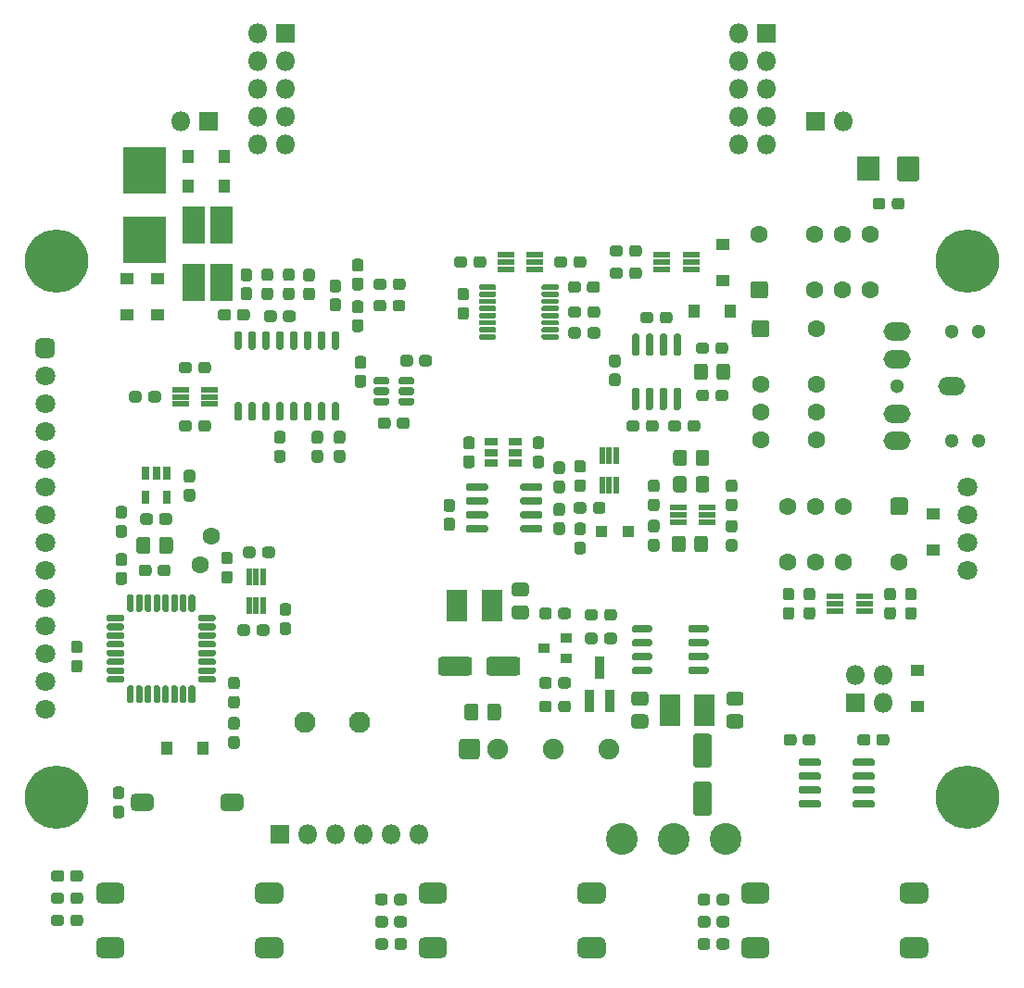
<source format=gbr>
%TF.GenerationSoftware,KiCad,Pcbnew,(5.1.6-0-10_14)*%
%TF.CreationDate,2020-11-20T20:27:55-06:00*%
%TF.ProjectId,Breadboard_DMM,42726561-6462-46f6-9172-645f444d4d2e,rev?*%
%TF.SameCoordinates,Original*%
%TF.FileFunction,Soldermask,Top*%
%TF.FilePolarity,Negative*%
%FSLAX46Y46*%
G04 Gerber Fmt 4.6, Leading zero omitted, Abs format (unit mm)*
G04 Created by KiCad (PCBNEW (5.1.6-0-10_14)) date 2020-11-20 20:27:55*
%MOMM*%
%LPD*%
G01*
G04 APERTURE LIST*
%ADD10C,5.800000*%
%ADD11C,1.800000*%
%ADD12R,2.000000X3.350000*%
%ADD13C,1.600000*%
%ADD14O,1.800000X1.800000*%
%ADD15R,1.800000X1.800000*%
%ADD16C,1.950000*%
%ADD17R,1.600000X0.500000*%
%ADD18R,1.100000X1.100000*%
%ADD19R,0.500000X1.600000*%
%ADD20R,1.900000X3.000000*%
%ADD21R,3.910000X4.340000*%
%ADD22C,2.900000*%
%ADD23R,1.000000X0.900000*%
%ADD24R,1.160000X0.750000*%
%ADD25R,0.750000X1.160000*%
%ADD26R,0.900000X2.000000*%
%ADD27C,1.900000*%
%ADD28O,2.500000X1.700000*%
%ADD29C,1.300000*%
%ADD30R,1.300000X1.000000*%
%ADD31R,1.000000X1.300000*%
%ADD32R,2.100000X2.300000*%
G04 APERTURE END LIST*
D10*
%TO.C,DS701*%
X186310801Y-122194800D03*
X186310801Y-73154800D03*
X103010801Y-73154800D03*
X103010801Y-122194800D03*
D11*
X186310801Y-101484800D03*
X186310801Y-98944800D03*
X186310801Y-96404800D03*
X186310801Y-93864800D03*
X102010801Y-114174800D03*
X102010801Y-111634800D03*
X102010801Y-109094800D03*
X102010801Y-106554800D03*
X102010801Y-104014800D03*
X102010801Y-101474800D03*
X102010801Y-98934800D03*
X102010801Y-96394800D03*
X102010801Y-93854800D03*
X102010801Y-91314800D03*
X102010801Y-88774800D03*
X102010801Y-86234800D03*
X102010801Y-83694800D03*
G36*
G01*
X102460801Y-82054800D02*
X101560801Y-82054800D01*
G75*
G02*
X101110801Y-81604800I0J450000D01*
G01*
X101110801Y-80704800D01*
G75*
G02*
X101560801Y-80254800I450000J0D01*
G01*
X102460801Y-80254800D01*
G75*
G02*
X102910801Y-80704800I0J-450000D01*
G01*
X102910801Y-81604800D01*
G75*
G02*
X102460801Y-82054800I-450000J0D01*
G01*
G37*
%TD*%
D12*
%TO.C,R601*%
X118090000Y-75142000D03*
X115590000Y-75142000D03*
X118090000Y-69892000D03*
X115590000Y-69892000D03*
%TD*%
D13*
%TO.C,TP702*%
X116205000Y-100965000D03*
%TD*%
%TO.C,TP701*%
X117221000Y-98298000D03*
%TD*%
D14*
%TO.C,J703*%
X178562000Y-110998000D03*
X176022000Y-110998000D03*
X178562000Y-113538000D03*
D15*
X176022000Y-113538000D03*
%TD*%
D16*
%TO.C,LS701*%
X130730000Y-115316000D03*
X125730000Y-115316000D03*
%TD*%
D14*
%TO.C,J701*%
X136144000Y-125603000D03*
X133604000Y-125603000D03*
X131064000Y-125603000D03*
X128524000Y-125603000D03*
X125984000Y-125603000D03*
D15*
X123444000Y-125603000D03*
%TD*%
%TO.C,R309*%
G36*
G01*
X170188500Y-104221000D02*
X169663500Y-104221000D01*
G75*
G02*
X169401000Y-103958500I0J262500D01*
G01*
X169401000Y-103333500D01*
G75*
G02*
X169663500Y-103071000I262500J0D01*
G01*
X170188500Y-103071000D01*
G75*
G02*
X170451000Y-103333500I0J-262500D01*
G01*
X170451000Y-103958500D01*
G75*
G02*
X170188500Y-104221000I-262500J0D01*
G01*
G37*
G36*
G01*
X170188500Y-105971000D02*
X169663500Y-105971000D01*
G75*
G02*
X169401000Y-105708500I0J262500D01*
G01*
X169401000Y-105083500D01*
G75*
G02*
X169663500Y-104821000I262500J0D01*
G01*
X170188500Y-104821000D01*
G75*
G02*
X170451000Y-105083500I0J-262500D01*
G01*
X170451000Y-105708500D01*
G75*
G02*
X170188500Y-105971000I-262500J0D01*
G01*
G37*
%TD*%
%TO.C,R308*%
G36*
G01*
X180839500Y-104821000D02*
X181364500Y-104821000D01*
G75*
G02*
X181627000Y-105083500I0J-262500D01*
G01*
X181627000Y-105708500D01*
G75*
G02*
X181364500Y-105971000I-262500J0D01*
G01*
X180839500Y-105971000D01*
G75*
G02*
X180577000Y-105708500I0J262500D01*
G01*
X180577000Y-105083500D01*
G75*
G02*
X180839500Y-104821000I262500J0D01*
G01*
G37*
G36*
G01*
X180839500Y-103071000D02*
X181364500Y-103071000D01*
G75*
G02*
X181627000Y-103333500I0J-262500D01*
G01*
X181627000Y-103958500D01*
G75*
G02*
X181364500Y-104221000I-262500J0D01*
G01*
X180839500Y-104221000D01*
G75*
G02*
X180577000Y-103958500I0J262500D01*
G01*
X180577000Y-103333500D01*
G75*
G02*
X180839500Y-103071000I262500J0D01*
G01*
G37*
%TD*%
%TO.C,R307*%
G36*
G01*
X171568500Y-104821000D02*
X172093500Y-104821000D01*
G75*
G02*
X172356000Y-105083500I0J-262500D01*
G01*
X172356000Y-105708500D01*
G75*
G02*
X172093500Y-105971000I-262500J0D01*
G01*
X171568500Y-105971000D01*
G75*
G02*
X171306000Y-105708500I0J262500D01*
G01*
X171306000Y-105083500D01*
G75*
G02*
X171568500Y-104821000I262500J0D01*
G01*
G37*
G36*
G01*
X171568500Y-103071000D02*
X172093500Y-103071000D01*
G75*
G02*
X172356000Y-103333500I0J-262500D01*
G01*
X172356000Y-103958500D01*
G75*
G02*
X172093500Y-104221000I-262500J0D01*
G01*
X171568500Y-104221000D01*
G75*
G02*
X171306000Y-103958500I0J262500D01*
G01*
X171306000Y-103333500D01*
G75*
G02*
X171568500Y-103071000I262500J0D01*
G01*
G37*
%TD*%
%TO.C,R310*%
G36*
G01*
X179459500Y-104221000D02*
X178934500Y-104221000D01*
G75*
G02*
X178672000Y-103958500I0J262500D01*
G01*
X178672000Y-103333500D01*
G75*
G02*
X178934500Y-103071000I262500J0D01*
G01*
X179459500Y-103071000D01*
G75*
G02*
X179722000Y-103333500I0J-262500D01*
G01*
X179722000Y-103958500D01*
G75*
G02*
X179459500Y-104221000I-262500J0D01*
G01*
G37*
G36*
G01*
X179459500Y-105971000D02*
X178934500Y-105971000D01*
G75*
G02*
X178672000Y-105708500I0J262500D01*
G01*
X178672000Y-105083500D01*
G75*
G02*
X178934500Y-104821000I262500J0D01*
G01*
X179459500Y-104821000D01*
G75*
G02*
X179722000Y-105083500I0J-262500D01*
G01*
X179722000Y-105708500D01*
G75*
G02*
X179459500Y-105971000I-262500J0D01*
G01*
G37*
%TD*%
D17*
%TO.C,Q301*%
X176844000Y-103871000D03*
X176844000Y-104521000D03*
X176844000Y-105171000D03*
X174184000Y-105171000D03*
X174184000Y-104521000D03*
X174184000Y-103871000D03*
%TD*%
D13*
%TO.C,K501*%
X167259000Y-70739000D03*
X172339000Y-70739000D03*
X174879000Y-70739000D03*
X177419000Y-70739000D03*
X177419000Y-75819000D03*
X174879000Y-75819000D03*
X172339000Y-75819000D03*
G36*
G01*
X167791800Y-76619000D02*
X166726200Y-76619000D01*
G75*
G02*
X166459000Y-76351800I0J267200D01*
G01*
X166459000Y-75286200D01*
G75*
G02*
X166726200Y-75019000I267200J0D01*
G01*
X167791800Y-75019000D01*
G75*
G02*
X168059000Y-75286200I0J-267200D01*
G01*
X168059000Y-76351800D01*
G75*
G02*
X167791800Y-76619000I-267200J0D01*
G01*
G37*
%TD*%
%TO.C,U202*%
G36*
G01*
X134283000Y-84315000D02*
X134283000Y-83965000D01*
G75*
G02*
X134458000Y-83790000I175000J0D01*
G01*
X135533000Y-83790000D01*
G75*
G02*
X135708000Y-83965000I0J-175000D01*
G01*
X135708000Y-84315000D01*
G75*
G02*
X135533000Y-84490000I-175000J0D01*
G01*
X134458000Y-84490000D01*
G75*
G02*
X134283000Y-84315000I0J175000D01*
G01*
G37*
G36*
G01*
X134283000Y-85265000D02*
X134283000Y-84915000D01*
G75*
G02*
X134458000Y-84740000I175000J0D01*
G01*
X135533000Y-84740000D01*
G75*
G02*
X135708000Y-84915000I0J-175000D01*
G01*
X135708000Y-85265000D01*
G75*
G02*
X135533000Y-85440000I-175000J0D01*
G01*
X134458000Y-85440000D01*
G75*
G02*
X134283000Y-85265000I0J175000D01*
G01*
G37*
G36*
G01*
X134283000Y-86215000D02*
X134283000Y-85865000D01*
G75*
G02*
X134458000Y-85690000I175000J0D01*
G01*
X135533000Y-85690000D01*
G75*
G02*
X135708000Y-85865000I0J-175000D01*
G01*
X135708000Y-86215000D01*
G75*
G02*
X135533000Y-86390000I-175000J0D01*
G01*
X134458000Y-86390000D01*
G75*
G02*
X134283000Y-86215000I0J175000D01*
G01*
G37*
G36*
G01*
X132008000Y-86215000D02*
X132008000Y-85865000D01*
G75*
G02*
X132183000Y-85690000I175000J0D01*
G01*
X133258000Y-85690000D01*
G75*
G02*
X133433000Y-85865000I0J-175000D01*
G01*
X133433000Y-86215000D01*
G75*
G02*
X133258000Y-86390000I-175000J0D01*
G01*
X132183000Y-86390000D01*
G75*
G02*
X132008000Y-86215000I0J175000D01*
G01*
G37*
G36*
G01*
X132008000Y-85265000D02*
X132008000Y-84915000D01*
G75*
G02*
X132183000Y-84740000I175000J0D01*
G01*
X133258000Y-84740000D01*
G75*
G02*
X133433000Y-84915000I0J-175000D01*
G01*
X133433000Y-85265000D01*
G75*
G02*
X133258000Y-85440000I-175000J0D01*
G01*
X132183000Y-85440000D01*
G75*
G02*
X132008000Y-85265000I0J175000D01*
G01*
G37*
G36*
G01*
X132008000Y-84315000D02*
X132008000Y-83965000D01*
G75*
G02*
X132183000Y-83790000I175000J0D01*
G01*
X133258000Y-83790000D01*
G75*
G02*
X133433000Y-83965000I0J-175000D01*
G01*
X133433000Y-84315000D01*
G75*
G02*
X133258000Y-84490000I-175000J0D01*
G01*
X132183000Y-84490000D01*
G75*
G02*
X132008000Y-84315000I0J175000D01*
G01*
G37*
%TD*%
%TO.C,C708*%
G36*
G01*
X162793000Y-133341500D02*
X162793000Y-133866500D01*
G75*
G02*
X162530500Y-134129000I-262500J0D01*
G01*
X161880500Y-134129000D01*
G75*
G02*
X161618000Y-133866500I0J262500D01*
G01*
X161618000Y-133341500D01*
G75*
G02*
X161880500Y-133079000I262500J0D01*
G01*
X162530500Y-133079000D01*
G75*
G02*
X162793000Y-133341500I0J-262500D01*
G01*
G37*
G36*
G01*
X164518000Y-133341500D02*
X164518000Y-133866500D01*
G75*
G02*
X164255500Y-134129000I-262500J0D01*
G01*
X163605500Y-134129000D01*
G75*
G02*
X163343000Y-133866500I0J262500D01*
G01*
X163343000Y-133341500D01*
G75*
G02*
X163605500Y-133079000I262500J0D01*
G01*
X164255500Y-133079000D01*
G75*
G02*
X164518000Y-133341500I0J-262500D01*
G01*
G37*
%TD*%
%TO.C,C707*%
G36*
G01*
X109228500Y-101071000D02*
X108703500Y-101071000D01*
G75*
G02*
X108441000Y-100808500I0J262500D01*
G01*
X108441000Y-100158500D01*
G75*
G02*
X108703500Y-99896000I262500J0D01*
G01*
X109228500Y-99896000D01*
G75*
G02*
X109491000Y-100158500I0J-262500D01*
G01*
X109491000Y-100808500D01*
G75*
G02*
X109228500Y-101071000I-262500J0D01*
G01*
G37*
G36*
G01*
X109228500Y-102796000D02*
X108703500Y-102796000D01*
G75*
G02*
X108441000Y-102533500I0J262500D01*
G01*
X108441000Y-101883500D01*
G75*
G02*
X108703500Y-101621000I262500J0D01*
G01*
X109228500Y-101621000D01*
G75*
G02*
X109491000Y-101883500I0J-262500D01*
G01*
X109491000Y-102533500D01*
G75*
G02*
X109228500Y-102796000I-262500J0D01*
G01*
G37*
%TD*%
%TO.C,C706*%
G36*
G01*
X133329000Y-133341500D02*
X133329000Y-133866500D01*
G75*
G02*
X133066500Y-134129000I-262500J0D01*
G01*
X132416500Y-134129000D01*
G75*
G02*
X132154000Y-133866500I0J262500D01*
G01*
X132154000Y-133341500D01*
G75*
G02*
X132416500Y-133079000I262500J0D01*
G01*
X133066500Y-133079000D01*
G75*
G02*
X133329000Y-133341500I0J-262500D01*
G01*
G37*
G36*
G01*
X135054000Y-133341500D02*
X135054000Y-133866500D01*
G75*
G02*
X134791500Y-134129000I-262500J0D01*
G01*
X134141500Y-134129000D01*
G75*
G02*
X133879000Y-133866500I0J262500D01*
G01*
X133879000Y-133341500D01*
G75*
G02*
X134141500Y-133079000I262500J0D01*
G01*
X134791500Y-133079000D01*
G75*
G02*
X135054000Y-133341500I0J-262500D01*
G01*
G37*
%TD*%
%TO.C,C705*%
G36*
G01*
X111739000Y-101210500D02*
X111739000Y-101735500D01*
G75*
G02*
X111476500Y-101998000I-262500J0D01*
G01*
X110826500Y-101998000D01*
G75*
G02*
X110564000Y-101735500I0J262500D01*
G01*
X110564000Y-101210500D01*
G75*
G02*
X110826500Y-100948000I262500J0D01*
G01*
X111476500Y-100948000D01*
G75*
G02*
X111739000Y-101210500I0J-262500D01*
G01*
G37*
G36*
G01*
X113464000Y-101210500D02*
X113464000Y-101735500D01*
G75*
G02*
X113201500Y-101998000I-262500J0D01*
G01*
X112551500Y-101998000D01*
G75*
G02*
X112289000Y-101735500I0J262500D01*
G01*
X112289000Y-101210500D01*
G75*
G02*
X112551500Y-100948000I262500J0D01*
G01*
X113201500Y-100948000D01*
G75*
G02*
X113464000Y-101210500I0J-262500D01*
G01*
G37*
%TD*%
%TO.C,C704*%
G36*
G01*
X111614000Y-98683276D02*
X111614000Y-99690724D01*
G75*
G02*
X111342724Y-99962000I-271276J0D01*
G01*
X110610276Y-99962000D01*
G75*
G02*
X110339000Y-99690724I0J271276D01*
G01*
X110339000Y-98683276D01*
G75*
G02*
X110610276Y-98412000I271276J0D01*
G01*
X111342724Y-98412000D01*
G75*
G02*
X111614000Y-98683276I0J-271276D01*
G01*
G37*
G36*
G01*
X113689000Y-98683276D02*
X113689000Y-99690724D01*
G75*
G02*
X113417724Y-99962000I-271276J0D01*
G01*
X112685276Y-99962000D01*
G75*
G02*
X112414000Y-99690724I0J271276D01*
G01*
X112414000Y-98683276D01*
G75*
G02*
X112685276Y-98412000I271276J0D01*
G01*
X113417724Y-98412000D01*
G75*
G02*
X113689000Y-98683276I0J-271276D01*
G01*
G37*
%TD*%
%TO.C,C703*%
G36*
G01*
X103738000Y-129150500D02*
X103738000Y-129675500D01*
G75*
G02*
X103475500Y-129938000I-262500J0D01*
G01*
X102825500Y-129938000D01*
G75*
G02*
X102563000Y-129675500I0J262500D01*
G01*
X102563000Y-129150500D01*
G75*
G02*
X102825500Y-128888000I262500J0D01*
G01*
X103475500Y-128888000D01*
G75*
G02*
X103738000Y-129150500I0J-262500D01*
G01*
G37*
G36*
G01*
X105463000Y-129150500D02*
X105463000Y-129675500D01*
G75*
G02*
X105200500Y-129938000I-262500J0D01*
G01*
X104550500Y-129938000D01*
G75*
G02*
X104288000Y-129675500I0J262500D01*
G01*
X104288000Y-129150500D01*
G75*
G02*
X104550500Y-128888000I262500J0D01*
G01*
X105200500Y-128888000D01*
G75*
G02*
X105463000Y-129150500I0J-262500D01*
G01*
G37*
%TD*%
%TO.C,C702*%
G36*
G01*
X177948000Y-117229500D02*
X177948000Y-116704500D01*
G75*
G02*
X178210500Y-116442000I262500J0D01*
G01*
X178860500Y-116442000D01*
G75*
G02*
X179123000Y-116704500I0J-262500D01*
G01*
X179123000Y-117229500D01*
G75*
G02*
X178860500Y-117492000I-262500J0D01*
G01*
X178210500Y-117492000D01*
G75*
G02*
X177948000Y-117229500I0J262500D01*
G01*
G37*
G36*
G01*
X176223000Y-117229500D02*
X176223000Y-116704500D01*
G75*
G02*
X176485500Y-116442000I262500J0D01*
G01*
X177135500Y-116442000D01*
G75*
G02*
X177398000Y-116704500I0J-262500D01*
G01*
X177398000Y-117229500D01*
G75*
G02*
X177135500Y-117492000I-262500J0D01*
G01*
X176485500Y-117492000D01*
G75*
G02*
X176223000Y-117229500I0J262500D01*
G01*
G37*
%TD*%
%TO.C,C701*%
G36*
G01*
X170667000Y-116704500D02*
X170667000Y-117229500D01*
G75*
G02*
X170404500Y-117492000I-262500J0D01*
G01*
X169754500Y-117492000D01*
G75*
G02*
X169492000Y-117229500I0J262500D01*
G01*
X169492000Y-116704500D01*
G75*
G02*
X169754500Y-116442000I262500J0D01*
G01*
X170404500Y-116442000D01*
G75*
G02*
X170667000Y-116704500I0J-262500D01*
G01*
G37*
G36*
G01*
X172392000Y-116704500D02*
X172392000Y-117229500D01*
G75*
G02*
X172129500Y-117492000I-262500J0D01*
G01*
X171479500Y-117492000D01*
G75*
G02*
X171217000Y-117229500I0J262500D01*
G01*
X171217000Y-116704500D01*
G75*
G02*
X171479500Y-116442000I262500J0D01*
G01*
X172129500Y-116442000D01*
G75*
G02*
X172392000Y-116704500I0J-262500D01*
G01*
G37*
%TD*%
%TO.C,C501*%
G36*
G01*
X151505500Y-75827500D02*
X151505500Y-75302500D01*
G75*
G02*
X151768000Y-75040000I262500J0D01*
G01*
X152418000Y-75040000D01*
G75*
G02*
X152680500Y-75302500I0J-262500D01*
G01*
X152680500Y-75827500D01*
G75*
G02*
X152418000Y-76090000I-262500J0D01*
G01*
X151768000Y-76090000D01*
G75*
G02*
X151505500Y-75827500I0J262500D01*
G01*
G37*
G36*
G01*
X149780500Y-75827500D02*
X149780500Y-75302500D01*
G75*
G02*
X150043000Y-75040000I262500J0D01*
G01*
X150693000Y-75040000D01*
G75*
G02*
X150955500Y-75302500I0J-262500D01*
G01*
X150955500Y-75827500D01*
G75*
G02*
X150693000Y-76090000I-262500J0D01*
G01*
X150043000Y-76090000D01*
G75*
G02*
X149780500Y-75827500I0J262500D01*
G01*
G37*
%TD*%
%TO.C,C403*%
G36*
G01*
X149233500Y-98224000D02*
X148708500Y-98224000D01*
G75*
G02*
X148446000Y-97961500I0J262500D01*
G01*
X148446000Y-97311500D01*
G75*
G02*
X148708500Y-97049000I262500J0D01*
G01*
X149233500Y-97049000D01*
G75*
G02*
X149496000Y-97311500I0J-262500D01*
G01*
X149496000Y-97961500D01*
G75*
G02*
X149233500Y-98224000I-262500J0D01*
G01*
G37*
G36*
G01*
X149233500Y-96499000D02*
X148708500Y-96499000D01*
G75*
G02*
X148446000Y-96236500I0J262500D01*
G01*
X148446000Y-95586500D01*
G75*
G02*
X148708500Y-95324000I262500J0D01*
G01*
X149233500Y-95324000D01*
G75*
G02*
X149496000Y-95586500I0J-262500D01*
G01*
X149496000Y-96236500D01*
G75*
G02*
X149233500Y-96499000I-262500J0D01*
G01*
G37*
%TD*%
%TO.C,C402*%
G36*
G01*
X139200500Y-97843000D02*
X138675500Y-97843000D01*
G75*
G02*
X138413000Y-97580500I0J262500D01*
G01*
X138413000Y-96930500D01*
G75*
G02*
X138675500Y-96668000I262500J0D01*
G01*
X139200500Y-96668000D01*
G75*
G02*
X139463000Y-96930500I0J-262500D01*
G01*
X139463000Y-97580500D01*
G75*
G02*
X139200500Y-97843000I-262500J0D01*
G01*
G37*
G36*
G01*
X139200500Y-96118000D02*
X138675500Y-96118000D01*
G75*
G02*
X138413000Y-95855500I0J262500D01*
G01*
X138413000Y-95205500D01*
G75*
G02*
X138675500Y-94943000I262500J0D01*
G01*
X139200500Y-94943000D01*
G75*
G02*
X139463000Y-95205500I0J-262500D01*
G01*
X139463000Y-95855500D01*
G75*
G02*
X139200500Y-96118000I-262500J0D01*
G01*
G37*
%TD*%
%TO.C,C401*%
G36*
G01*
X140978500Y-92128000D02*
X140453500Y-92128000D01*
G75*
G02*
X140191000Y-91865500I0J262500D01*
G01*
X140191000Y-91215500D01*
G75*
G02*
X140453500Y-90953000I262500J0D01*
G01*
X140978500Y-90953000D01*
G75*
G02*
X141241000Y-91215500I0J-262500D01*
G01*
X141241000Y-91865500D01*
G75*
G02*
X140978500Y-92128000I-262500J0D01*
G01*
G37*
G36*
G01*
X140978500Y-90403000D02*
X140453500Y-90403000D01*
G75*
G02*
X140191000Y-90140500I0J262500D01*
G01*
X140191000Y-89490500D01*
G75*
G02*
X140453500Y-89228000I262500J0D01*
G01*
X140978500Y-89228000D01*
G75*
G02*
X141241000Y-89490500I0J-262500D01*
G01*
X141241000Y-90140500D01*
G75*
G02*
X140978500Y-90403000I-262500J0D01*
G01*
G37*
%TD*%
%TO.C,C301*%
G36*
G01*
X153788500Y-83460000D02*
X154313500Y-83460000D01*
G75*
G02*
X154576000Y-83722500I0J-262500D01*
G01*
X154576000Y-84372500D01*
G75*
G02*
X154313500Y-84635000I-262500J0D01*
G01*
X153788500Y-84635000D01*
G75*
G02*
X153526000Y-84372500I0J262500D01*
G01*
X153526000Y-83722500D01*
G75*
G02*
X153788500Y-83460000I262500J0D01*
G01*
G37*
G36*
G01*
X153788500Y-81735000D02*
X154313500Y-81735000D01*
G75*
G02*
X154576000Y-81997500I0J-262500D01*
G01*
X154576000Y-82647500D01*
G75*
G02*
X154313500Y-82910000I-262500J0D01*
G01*
X153788500Y-82910000D01*
G75*
G02*
X153526000Y-82647500I0J262500D01*
G01*
X153526000Y-81997500D01*
G75*
G02*
X153788500Y-81735000I262500J0D01*
G01*
G37*
%TD*%
%TO.C,C212*%
G36*
G01*
X118978000Y-77842500D02*
X118978000Y-78367500D01*
G75*
G02*
X118715500Y-78630000I-262500J0D01*
G01*
X118065500Y-78630000D01*
G75*
G02*
X117803000Y-78367500I0J262500D01*
G01*
X117803000Y-77842500D01*
G75*
G02*
X118065500Y-77580000I262500J0D01*
G01*
X118715500Y-77580000D01*
G75*
G02*
X118978000Y-77842500I0J-262500D01*
G01*
G37*
G36*
G01*
X120703000Y-77842500D02*
X120703000Y-78367500D01*
G75*
G02*
X120440500Y-78630000I-262500J0D01*
G01*
X119790500Y-78630000D01*
G75*
G02*
X119528000Y-78367500I0J262500D01*
G01*
X119528000Y-77842500D01*
G75*
G02*
X119790500Y-77580000I262500J0D01*
G01*
X120440500Y-77580000D01*
G75*
G02*
X120703000Y-77842500I0J-262500D01*
G01*
G37*
%TD*%
%TO.C,C211*%
G36*
G01*
X136165000Y-82558500D02*
X136165000Y-82033500D01*
G75*
G02*
X136427500Y-81771000I262500J0D01*
G01*
X137077500Y-81771000D01*
G75*
G02*
X137340000Y-82033500I0J-262500D01*
G01*
X137340000Y-82558500D01*
G75*
G02*
X137077500Y-82821000I-262500J0D01*
G01*
X136427500Y-82821000D01*
G75*
G02*
X136165000Y-82558500I0J262500D01*
G01*
G37*
G36*
G01*
X134440000Y-82558500D02*
X134440000Y-82033500D01*
G75*
G02*
X134702500Y-81771000I262500J0D01*
G01*
X135352500Y-81771000D01*
G75*
G02*
X135615000Y-82033500I0J-262500D01*
G01*
X135615000Y-82558500D01*
G75*
G02*
X135352500Y-82821000I-262500J0D01*
G01*
X134702500Y-82821000D01*
G75*
G02*
X134440000Y-82558500I0J262500D01*
G01*
G37*
%TD*%
%TO.C,C210*%
G36*
G01*
X131072500Y-83037000D02*
X130547500Y-83037000D01*
G75*
G02*
X130285000Y-82774500I0J262500D01*
G01*
X130285000Y-82124500D01*
G75*
G02*
X130547500Y-81862000I262500J0D01*
G01*
X131072500Y-81862000D01*
G75*
G02*
X131335000Y-82124500I0J-262500D01*
G01*
X131335000Y-82774500D01*
G75*
G02*
X131072500Y-83037000I-262500J0D01*
G01*
G37*
G36*
G01*
X131072500Y-84762000D02*
X130547500Y-84762000D01*
G75*
G02*
X130285000Y-84499500I0J262500D01*
G01*
X130285000Y-83849500D01*
G75*
G02*
X130547500Y-83587000I262500J0D01*
G01*
X131072500Y-83587000D01*
G75*
G02*
X131335000Y-83849500I0J-262500D01*
G01*
X131335000Y-84499500D01*
G75*
G02*
X131072500Y-84762000I-262500J0D01*
G01*
G37*
%TD*%
%TO.C,C209*%
G36*
G01*
X133583000Y-87748500D02*
X133583000Y-88273500D01*
G75*
G02*
X133320500Y-88536000I-262500J0D01*
G01*
X132670500Y-88536000D01*
G75*
G02*
X132408000Y-88273500I0J262500D01*
G01*
X132408000Y-87748500D01*
G75*
G02*
X132670500Y-87486000I262500J0D01*
G01*
X133320500Y-87486000D01*
G75*
G02*
X133583000Y-87748500I0J-262500D01*
G01*
G37*
G36*
G01*
X135308000Y-87748500D02*
X135308000Y-88273500D01*
G75*
G02*
X135045500Y-88536000I-262500J0D01*
G01*
X134395500Y-88536000D01*
G75*
G02*
X134133000Y-88273500I0J262500D01*
G01*
X134133000Y-87748500D01*
G75*
G02*
X134395500Y-87486000I262500J0D01*
G01*
X135045500Y-87486000D01*
G75*
G02*
X135308000Y-87748500I0J-262500D01*
G01*
G37*
%TD*%
%TO.C,C208*%
G36*
G01*
X126610500Y-90445000D02*
X127135500Y-90445000D01*
G75*
G02*
X127398000Y-90707500I0J-262500D01*
G01*
X127398000Y-91357500D01*
G75*
G02*
X127135500Y-91620000I-262500J0D01*
G01*
X126610500Y-91620000D01*
G75*
G02*
X126348000Y-91357500I0J262500D01*
G01*
X126348000Y-90707500D01*
G75*
G02*
X126610500Y-90445000I262500J0D01*
G01*
G37*
G36*
G01*
X126610500Y-88720000D02*
X127135500Y-88720000D01*
G75*
G02*
X127398000Y-88982500I0J-262500D01*
G01*
X127398000Y-89632500D01*
G75*
G02*
X127135500Y-89895000I-262500J0D01*
G01*
X126610500Y-89895000D01*
G75*
G02*
X126348000Y-89632500I0J262500D01*
G01*
X126348000Y-88982500D01*
G75*
G02*
X126610500Y-88720000I262500J0D01*
G01*
G37*
%TD*%
%TO.C,C207*%
G36*
G01*
X129167500Y-89895000D02*
X128642500Y-89895000D01*
G75*
G02*
X128380000Y-89632500I0J262500D01*
G01*
X128380000Y-88982500D01*
G75*
G02*
X128642500Y-88720000I262500J0D01*
G01*
X129167500Y-88720000D01*
G75*
G02*
X129430000Y-88982500I0J-262500D01*
G01*
X129430000Y-89632500D01*
G75*
G02*
X129167500Y-89895000I-262500J0D01*
G01*
G37*
G36*
G01*
X129167500Y-91620000D02*
X128642500Y-91620000D01*
G75*
G02*
X128380000Y-91357500I0J262500D01*
G01*
X128380000Y-90707500D01*
G75*
G02*
X128642500Y-90445000I262500J0D01*
G01*
X129167500Y-90445000D01*
G75*
G02*
X129430000Y-90707500I0J-262500D01*
G01*
X129430000Y-91357500D01*
G75*
G02*
X129167500Y-91620000I-262500J0D01*
G01*
G37*
%TD*%
%TO.C,C206*%
G36*
G01*
X126373500Y-75062500D02*
X125848500Y-75062500D01*
G75*
G02*
X125586000Y-74800000I0J262500D01*
G01*
X125586000Y-74150000D01*
G75*
G02*
X125848500Y-73887500I262500J0D01*
G01*
X126373500Y-73887500D01*
G75*
G02*
X126636000Y-74150000I0J-262500D01*
G01*
X126636000Y-74800000D01*
G75*
G02*
X126373500Y-75062500I-262500J0D01*
G01*
G37*
G36*
G01*
X126373500Y-76787500D02*
X125848500Y-76787500D01*
G75*
G02*
X125586000Y-76525000I0J262500D01*
G01*
X125586000Y-75875000D01*
G75*
G02*
X125848500Y-75612500I262500J0D01*
G01*
X126373500Y-75612500D01*
G75*
G02*
X126636000Y-75875000I0J-262500D01*
G01*
X126636000Y-76525000D01*
G75*
G02*
X126373500Y-76787500I-262500J0D01*
G01*
G37*
%TD*%
%TO.C,C205*%
G36*
G01*
X130293500Y-78507000D02*
X130818500Y-78507000D01*
G75*
G02*
X131081000Y-78769500I0J-262500D01*
G01*
X131081000Y-79419500D01*
G75*
G02*
X130818500Y-79682000I-262500J0D01*
G01*
X130293500Y-79682000D01*
G75*
G02*
X130031000Y-79419500I0J262500D01*
G01*
X130031000Y-78769500D01*
G75*
G02*
X130293500Y-78507000I262500J0D01*
G01*
G37*
G36*
G01*
X130293500Y-76782000D02*
X130818500Y-76782000D01*
G75*
G02*
X131081000Y-77044500I0J-262500D01*
G01*
X131081000Y-77694500D01*
G75*
G02*
X130818500Y-77957000I-262500J0D01*
G01*
X130293500Y-77957000D01*
G75*
G02*
X130031000Y-77694500I0J262500D01*
G01*
X130031000Y-77044500D01*
G75*
G02*
X130293500Y-76782000I262500J0D01*
G01*
G37*
%TD*%
%TO.C,C204*%
G36*
G01*
X121994000Y-78494500D02*
X121994000Y-77969500D01*
G75*
G02*
X122256500Y-77707000I262500J0D01*
G01*
X122906500Y-77707000D01*
G75*
G02*
X123169000Y-77969500I0J-262500D01*
G01*
X123169000Y-78494500D01*
G75*
G02*
X122906500Y-78757000I-262500J0D01*
G01*
X122256500Y-78757000D01*
G75*
G02*
X121994000Y-78494500I0J262500D01*
G01*
G37*
G36*
G01*
X123719000Y-78494500D02*
X123719000Y-77969500D01*
G75*
G02*
X123981500Y-77707000I262500J0D01*
G01*
X124631500Y-77707000D01*
G75*
G02*
X124894000Y-77969500I0J-262500D01*
G01*
X124894000Y-78494500D01*
G75*
G02*
X124631500Y-78757000I-262500J0D01*
G01*
X123981500Y-78757000D01*
G75*
G02*
X123719000Y-78494500I0J262500D01*
G01*
G37*
%TD*%
%TO.C,C203*%
G36*
G01*
X128261500Y-76602000D02*
X128786500Y-76602000D01*
G75*
G02*
X129049000Y-76864500I0J-262500D01*
G01*
X129049000Y-77514500D01*
G75*
G02*
X128786500Y-77777000I-262500J0D01*
G01*
X128261500Y-77777000D01*
G75*
G02*
X127999000Y-77514500I0J262500D01*
G01*
X127999000Y-76864500D01*
G75*
G02*
X128261500Y-76602000I262500J0D01*
G01*
G37*
G36*
G01*
X128261500Y-74877000D02*
X128786500Y-74877000D01*
G75*
G02*
X129049000Y-75139500I0J-262500D01*
G01*
X129049000Y-75789500D01*
G75*
G02*
X128786500Y-76052000I-262500J0D01*
G01*
X128261500Y-76052000D01*
G75*
G02*
X127999000Y-75789500I0J262500D01*
G01*
X127999000Y-75139500D01*
G75*
G02*
X128261500Y-74877000I262500J0D01*
G01*
G37*
%TD*%
%TO.C,C202*%
G36*
G01*
X120658500Y-75036000D02*
X120133500Y-75036000D01*
G75*
G02*
X119871000Y-74773500I0J262500D01*
G01*
X119871000Y-74123500D01*
G75*
G02*
X120133500Y-73861000I262500J0D01*
G01*
X120658500Y-73861000D01*
G75*
G02*
X120921000Y-74123500I0J-262500D01*
G01*
X120921000Y-74773500D01*
G75*
G02*
X120658500Y-75036000I-262500J0D01*
G01*
G37*
G36*
G01*
X120658500Y-76761000D02*
X120133500Y-76761000D01*
G75*
G02*
X119871000Y-76498500I0J262500D01*
G01*
X119871000Y-75848500D01*
G75*
G02*
X120133500Y-75586000I262500J0D01*
G01*
X120658500Y-75586000D01*
G75*
G02*
X120921000Y-75848500I0J-262500D01*
G01*
X120921000Y-76498500D01*
G75*
G02*
X120658500Y-76761000I-262500J0D01*
G01*
G37*
%TD*%
%TO.C,C201*%
G36*
G01*
X130818500Y-74147000D02*
X130293500Y-74147000D01*
G75*
G02*
X130031000Y-73884500I0J262500D01*
G01*
X130031000Y-73234500D01*
G75*
G02*
X130293500Y-72972000I262500J0D01*
G01*
X130818500Y-72972000D01*
G75*
G02*
X131081000Y-73234500I0J-262500D01*
G01*
X131081000Y-73884500D01*
G75*
G02*
X130818500Y-74147000I-262500J0D01*
G01*
G37*
G36*
G01*
X130818500Y-75872000D02*
X130293500Y-75872000D01*
G75*
G02*
X130031000Y-75609500I0J262500D01*
G01*
X130031000Y-74959500D01*
G75*
G02*
X130293500Y-74697000I262500J0D01*
G01*
X130818500Y-74697000D01*
G75*
G02*
X131081000Y-74959500I0J-262500D01*
G01*
X131081000Y-75609500D01*
G75*
G02*
X130818500Y-75872000I-262500J0D01*
G01*
G37*
%TD*%
%TO.C,C108*%
G36*
G01*
X111866000Y-96511500D02*
X111866000Y-97036500D01*
G75*
G02*
X111603500Y-97299000I-262500J0D01*
G01*
X110953500Y-97299000D01*
G75*
G02*
X110691000Y-97036500I0J262500D01*
G01*
X110691000Y-96511500D01*
G75*
G02*
X110953500Y-96249000I262500J0D01*
G01*
X111603500Y-96249000D01*
G75*
G02*
X111866000Y-96511500I0J-262500D01*
G01*
G37*
G36*
G01*
X113591000Y-96511500D02*
X113591000Y-97036500D01*
G75*
G02*
X113328500Y-97299000I-262500J0D01*
G01*
X112678500Y-97299000D01*
G75*
G02*
X112416000Y-97036500I0J262500D01*
G01*
X112416000Y-96511500D01*
G75*
G02*
X112678500Y-96249000I262500J0D01*
G01*
X113328500Y-96249000D01*
G75*
G02*
X113591000Y-96511500I0J-262500D01*
G01*
G37*
%TD*%
%TO.C,C107*%
G36*
G01*
X114926500Y-94001000D02*
X115451500Y-94001000D01*
G75*
G02*
X115714000Y-94263500I0J-262500D01*
G01*
X115714000Y-94913500D01*
G75*
G02*
X115451500Y-95176000I-262500J0D01*
G01*
X114926500Y-95176000D01*
G75*
G02*
X114664000Y-94913500I0J262500D01*
G01*
X114664000Y-94263500D01*
G75*
G02*
X114926500Y-94001000I262500J0D01*
G01*
G37*
G36*
G01*
X114926500Y-92276000D02*
X115451500Y-92276000D01*
G75*
G02*
X115714000Y-92538500I0J-262500D01*
G01*
X115714000Y-93188500D01*
G75*
G02*
X115451500Y-93451000I-262500J0D01*
G01*
X114926500Y-93451000D01*
G75*
G02*
X114664000Y-93188500I0J262500D01*
G01*
X114664000Y-92538500D01*
G75*
G02*
X114926500Y-92276000I262500J0D01*
G01*
G37*
%TD*%
%TO.C,C105*%
G36*
G01*
X165540224Y-113836500D02*
X164532776Y-113836500D01*
G75*
G02*
X164261500Y-113565224I0J271276D01*
G01*
X164261500Y-112832776D01*
G75*
G02*
X164532776Y-112561500I271276J0D01*
G01*
X165540224Y-112561500D01*
G75*
G02*
X165811500Y-112832776I0J-271276D01*
G01*
X165811500Y-113565224D01*
G75*
G02*
X165540224Y-113836500I-271276J0D01*
G01*
G37*
G36*
G01*
X165540224Y-115911500D02*
X164532776Y-115911500D01*
G75*
G02*
X164261500Y-115640224I0J271276D01*
G01*
X164261500Y-114907776D01*
G75*
G02*
X164532776Y-114636500I271276J0D01*
G01*
X165540224Y-114636500D01*
G75*
G02*
X165811500Y-114907776I0J-271276D01*
G01*
X165811500Y-115640224D01*
G75*
G02*
X165540224Y-115911500I-271276J0D01*
G01*
G37*
%TD*%
%TO.C,C104*%
G36*
G01*
X156840724Y-113836500D02*
X155833276Y-113836500D01*
G75*
G02*
X155562000Y-113565224I0J271276D01*
G01*
X155562000Y-112832776D01*
G75*
G02*
X155833276Y-112561500I271276J0D01*
G01*
X156840724Y-112561500D01*
G75*
G02*
X157112000Y-112832776I0J-271276D01*
G01*
X157112000Y-113565224D01*
G75*
G02*
X156840724Y-113836500I-271276J0D01*
G01*
G37*
G36*
G01*
X156840724Y-115911500D02*
X155833276Y-115911500D01*
G75*
G02*
X155562000Y-115640224I0J271276D01*
G01*
X155562000Y-114907776D01*
G75*
G02*
X155833276Y-114636500I271276J0D01*
G01*
X156840724Y-114636500D01*
G75*
G02*
X157112000Y-114907776I0J-271276D01*
G01*
X157112000Y-115640224D01*
G75*
G02*
X156840724Y-115911500I-271276J0D01*
G01*
G37*
%TD*%
%TO.C,C102*%
G36*
G01*
X142386000Y-114930724D02*
X142386000Y-113923276D01*
G75*
G02*
X142657276Y-113652000I271276J0D01*
G01*
X143389724Y-113652000D01*
G75*
G02*
X143661000Y-113923276I0J-271276D01*
G01*
X143661000Y-114930724D01*
G75*
G02*
X143389724Y-115202000I-271276J0D01*
G01*
X142657276Y-115202000D01*
G75*
G02*
X142386000Y-114930724I0J271276D01*
G01*
G37*
G36*
G01*
X140311000Y-114930724D02*
X140311000Y-113923276D01*
G75*
G02*
X140582276Y-113652000I271276J0D01*
G01*
X141314724Y-113652000D01*
G75*
G02*
X141586000Y-113923276I0J-271276D01*
G01*
X141586000Y-114930724D01*
G75*
G02*
X141314724Y-115202000I-271276J0D01*
G01*
X140582276Y-115202000D01*
G75*
G02*
X140311000Y-114930724I0J271276D01*
G01*
G37*
%TD*%
%TO.C,C101*%
G36*
G01*
X144911276Y-102592000D02*
X145918724Y-102592000D01*
G75*
G02*
X146190000Y-102863276I0J-271276D01*
G01*
X146190000Y-103595724D01*
G75*
G02*
X145918724Y-103867000I-271276J0D01*
G01*
X144911276Y-103867000D01*
G75*
G02*
X144640000Y-103595724I0J271276D01*
G01*
X144640000Y-102863276D01*
G75*
G02*
X144911276Y-102592000I271276J0D01*
G01*
G37*
G36*
G01*
X144911276Y-104667000D02*
X145918724Y-104667000D01*
G75*
G02*
X146190000Y-104938276I0J-271276D01*
G01*
X146190000Y-105670724D01*
G75*
G02*
X145918724Y-105942000I-271276J0D01*
G01*
X144911276Y-105942000D01*
G75*
G02*
X144640000Y-105670724I0J271276D01*
G01*
X144640000Y-104938276D01*
G75*
G02*
X144911276Y-104667000I271276J0D01*
G01*
G37*
%TD*%
%TO.C,R407*%
G36*
G01*
X157869500Y-99748000D02*
X157344500Y-99748000D01*
G75*
G02*
X157082000Y-99485500I0J262500D01*
G01*
X157082000Y-98860500D01*
G75*
G02*
X157344500Y-98598000I262500J0D01*
G01*
X157869500Y-98598000D01*
G75*
G02*
X158132000Y-98860500I0J-262500D01*
G01*
X158132000Y-99485500D01*
G75*
G02*
X157869500Y-99748000I-262500J0D01*
G01*
G37*
G36*
G01*
X157869500Y-97998000D02*
X157344500Y-97998000D01*
G75*
G02*
X157082000Y-97735500I0J262500D01*
G01*
X157082000Y-97110500D01*
G75*
G02*
X157344500Y-96848000I262500J0D01*
G01*
X157869500Y-96848000D01*
G75*
G02*
X158132000Y-97110500I0J-262500D01*
G01*
X158132000Y-97735500D01*
G75*
G02*
X157869500Y-97998000I-262500J0D01*
G01*
G37*
%TD*%
D18*
%TO.C,D401*%
X152801000Y-97917000D03*
X155301000Y-97917000D03*
%TD*%
D19*
%TO.C,Q701*%
X120635000Y-102048000D03*
X121285000Y-102048000D03*
X121935000Y-102048000D03*
X121935000Y-104708000D03*
X121285000Y-104708000D03*
X120635000Y-104708000D03*
%TD*%
D17*
%TO.C,Q502*%
X161032500Y-72629000D03*
X161032500Y-73279000D03*
X161032500Y-73929000D03*
X158372500Y-73929000D03*
X158372500Y-73279000D03*
X158372500Y-72629000D03*
%TD*%
%TO.C,Q501*%
X144085000Y-73929000D03*
X144085000Y-73279000D03*
X144085000Y-72629000D03*
X146745000Y-72629000D03*
X146745000Y-73279000D03*
X146745000Y-73929000D03*
%TD*%
%TO.C,Q402*%
X162493000Y-95743000D03*
X162493000Y-96393000D03*
X162493000Y-97043000D03*
X159833000Y-97043000D03*
X159833000Y-96393000D03*
X159833000Y-95743000D03*
%TD*%
D19*
%TO.C,Q401*%
X154193000Y-90999000D03*
X153543000Y-90999000D03*
X152893000Y-90999000D03*
X152893000Y-93659000D03*
X153543000Y-93659000D03*
X154193000Y-93659000D03*
%TD*%
D17*
%TO.C,Q201*%
X114367000Y-86248000D03*
X114367000Y-85598000D03*
X114367000Y-84948000D03*
X117027000Y-84948000D03*
X117027000Y-85598000D03*
X117027000Y-86248000D03*
%TD*%
D13*
%TO.C,K301*%
X180022500Y-100693500D03*
X174942500Y-100693500D03*
X172402500Y-100693500D03*
X169862500Y-100693500D03*
X169862500Y-95613500D03*
X172402500Y-95613500D03*
X174942500Y-95613500D03*
G36*
G01*
X179489700Y-94813500D02*
X180555300Y-94813500D01*
G75*
G02*
X180822500Y-95080700I0J-267200D01*
G01*
X180822500Y-96146300D01*
G75*
G02*
X180555300Y-96413500I-267200J0D01*
G01*
X179489700Y-96413500D01*
G75*
G02*
X179222500Y-96146300I0J267200D01*
G01*
X179222500Y-95080700D01*
G75*
G02*
X179489700Y-94813500I267200J0D01*
G01*
G37*
%TD*%
%TO.C,K302*%
G36*
G01*
X166586000Y-79907800D02*
X166586000Y-78842200D01*
G75*
G02*
X166853200Y-78575000I267200J0D01*
G01*
X167918800Y-78575000D01*
G75*
G02*
X168186000Y-78842200I0J-267200D01*
G01*
X168186000Y-79907800D01*
G75*
G02*
X167918800Y-80175000I-267200J0D01*
G01*
X166853200Y-80175000D01*
G75*
G02*
X166586000Y-79907800I0J267200D01*
G01*
G37*
X167386000Y-84455000D03*
X167386000Y-86995000D03*
X167386000Y-89535000D03*
X172466000Y-89535000D03*
X172466000Y-86995000D03*
X172466000Y-84455000D03*
X172466000Y-79375000D03*
%TD*%
D20*
%TO.C,L102*%
X142824000Y-104648000D03*
X139624000Y-104648000D03*
%TD*%
%TO.C,L101*%
X162255000Y-114236500D03*
X159055000Y-114236500D03*
%TD*%
%TO.C,R803*%
G36*
G01*
X151331000Y-105799500D02*
X151331000Y-105274500D01*
G75*
G02*
X151593500Y-105012000I262500J0D01*
G01*
X152218500Y-105012000D01*
G75*
G02*
X152481000Y-105274500I0J-262500D01*
G01*
X152481000Y-105799500D01*
G75*
G02*
X152218500Y-106062000I-262500J0D01*
G01*
X151593500Y-106062000D01*
G75*
G02*
X151331000Y-105799500I0J262500D01*
G01*
G37*
G36*
G01*
X153081000Y-105799500D02*
X153081000Y-105274500D01*
G75*
G02*
X153343500Y-105012000I262500J0D01*
G01*
X153968500Y-105012000D01*
G75*
G02*
X154231000Y-105274500I0J-262500D01*
G01*
X154231000Y-105799500D01*
G75*
G02*
X153968500Y-106062000I-262500J0D01*
G01*
X153343500Y-106062000D01*
G75*
G02*
X153081000Y-105799500I0J262500D01*
G01*
G37*
%TD*%
%TO.C,R802*%
G36*
G01*
X150040000Y-111497500D02*
X150040000Y-112022500D01*
G75*
G02*
X149777500Y-112285000I-262500J0D01*
G01*
X149152500Y-112285000D01*
G75*
G02*
X148890000Y-112022500I0J262500D01*
G01*
X148890000Y-111497500D01*
G75*
G02*
X149152500Y-111235000I262500J0D01*
G01*
X149777500Y-111235000D01*
G75*
G02*
X150040000Y-111497500I0J-262500D01*
G01*
G37*
G36*
G01*
X148290000Y-111497500D02*
X148290000Y-112022500D01*
G75*
G02*
X148027500Y-112285000I-262500J0D01*
G01*
X147402500Y-112285000D01*
G75*
G02*
X147140000Y-112022500I0J262500D01*
G01*
X147140000Y-111497500D01*
G75*
G02*
X147402500Y-111235000I262500J0D01*
G01*
X148027500Y-111235000D01*
G75*
G02*
X148290000Y-111497500I0J-262500D01*
G01*
G37*
%TD*%
D21*
%TO.C,F601*%
X111125000Y-71257000D03*
X111125000Y-64887000D03*
%TD*%
%TO.C,Q801*%
G36*
G01*
X155631000Y-106982000D02*
X155631000Y-106632000D01*
G75*
G02*
X155806000Y-106457000I175000J0D01*
G01*
X157306000Y-106457000D01*
G75*
G02*
X157481000Y-106632000I0J-175000D01*
G01*
X157481000Y-106982000D01*
G75*
G02*
X157306000Y-107157000I-175000J0D01*
G01*
X155806000Y-107157000D01*
G75*
G02*
X155631000Y-106982000I0J175000D01*
G01*
G37*
G36*
G01*
X155631000Y-108252000D02*
X155631000Y-107902000D01*
G75*
G02*
X155806000Y-107727000I175000J0D01*
G01*
X157306000Y-107727000D01*
G75*
G02*
X157481000Y-107902000I0J-175000D01*
G01*
X157481000Y-108252000D01*
G75*
G02*
X157306000Y-108427000I-175000J0D01*
G01*
X155806000Y-108427000D01*
G75*
G02*
X155631000Y-108252000I0J175000D01*
G01*
G37*
G36*
G01*
X155631000Y-109522000D02*
X155631000Y-109172000D01*
G75*
G02*
X155806000Y-108997000I175000J0D01*
G01*
X157306000Y-108997000D01*
G75*
G02*
X157481000Y-109172000I0J-175000D01*
G01*
X157481000Y-109522000D01*
G75*
G02*
X157306000Y-109697000I-175000J0D01*
G01*
X155806000Y-109697000D01*
G75*
G02*
X155631000Y-109522000I0J175000D01*
G01*
G37*
G36*
G01*
X155631000Y-110792000D02*
X155631000Y-110442000D01*
G75*
G02*
X155806000Y-110267000I175000J0D01*
G01*
X157306000Y-110267000D01*
G75*
G02*
X157481000Y-110442000I0J-175000D01*
G01*
X157481000Y-110792000D01*
G75*
G02*
X157306000Y-110967000I-175000J0D01*
G01*
X155806000Y-110967000D01*
G75*
G02*
X155631000Y-110792000I0J175000D01*
G01*
G37*
G36*
G01*
X160781000Y-110792000D02*
X160781000Y-110442000D01*
G75*
G02*
X160956000Y-110267000I175000J0D01*
G01*
X162456000Y-110267000D01*
G75*
G02*
X162631000Y-110442000I0J-175000D01*
G01*
X162631000Y-110792000D01*
G75*
G02*
X162456000Y-110967000I-175000J0D01*
G01*
X160956000Y-110967000D01*
G75*
G02*
X160781000Y-110792000I0J175000D01*
G01*
G37*
G36*
G01*
X160781000Y-109522000D02*
X160781000Y-109172000D01*
G75*
G02*
X160956000Y-108997000I175000J0D01*
G01*
X162456000Y-108997000D01*
G75*
G02*
X162631000Y-109172000I0J-175000D01*
G01*
X162631000Y-109522000D01*
G75*
G02*
X162456000Y-109697000I-175000J0D01*
G01*
X160956000Y-109697000D01*
G75*
G02*
X160781000Y-109522000I0J175000D01*
G01*
G37*
G36*
G01*
X160781000Y-108252000D02*
X160781000Y-107902000D01*
G75*
G02*
X160956000Y-107727000I175000J0D01*
G01*
X162456000Y-107727000D01*
G75*
G02*
X162631000Y-107902000I0J-175000D01*
G01*
X162631000Y-108252000D01*
G75*
G02*
X162456000Y-108427000I-175000J0D01*
G01*
X160956000Y-108427000D01*
G75*
G02*
X160781000Y-108252000I0J175000D01*
G01*
G37*
G36*
G01*
X160781000Y-106982000D02*
X160781000Y-106632000D01*
G75*
G02*
X160956000Y-106457000I175000J0D01*
G01*
X162456000Y-106457000D01*
G75*
G02*
X162631000Y-106632000I0J-175000D01*
G01*
X162631000Y-106982000D01*
G75*
G02*
X162456000Y-107157000I-175000J0D01*
G01*
X160956000Y-107157000D01*
G75*
G02*
X160781000Y-106982000I0J175000D01*
G01*
G37*
%TD*%
D22*
%TO.C,SW101*%
X154660200Y-126060200D03*
X159410200Y-126060200D03*
X164160200Y-126060200D03*
%TD*%
D14*
%TO.C,J302*%
X114390800Y-60399400D03*
D15*
X116930800Y-60399400D03*
%TD*%
D14*
%TO.C,J301*%
X174930800Y-60399400D03*
D15*
X172390800Y-60399400D03*
%TD*%
D23*
%TO.C,U801*%
X149590000Y-109535000D03*
X149590000Y-107635000D03*
X147590000Y-108585000D03*
%TD*%
%TO.C,U702*%
G36*
G01*
X116131200Y-105533200D02*
X117431200Y-105533200D01*
G75*
G02*
X117581200Y-105683200I0J-150000D01*
G01*
X117581200Y-105983200D01*
G75*
G02*
X117431200Y-106133200I-150000J0D01*
G01*
X116131200Y-106133200D01*
G75*
G02*
X115981200Y-105983200I0J150000D01*
G01*
X115981200Y-105683200D01*
G75*
G02*
X116131200Y-105533200I150000J0D01*
G01*
G37*
G36*
G01*
X116131200Y-106333200D02*
X117431200Y-106333200D01*
G75*
G02*
X117581200Y-106483200I0J-150000D01*
G01*
X117581200Y-106783200D01*
G75*
G02*
X117431200Y-106933200I-150000J0D01*
G01*
X116131200Y-106933200D01*
G75*
G02*
X115981200Y-106783200I0J150000D01*
G01*
X115981200Y-106483200D01*
G75*
G02*
X116131200Y-106333200I150000J0D01*
G01*
G37*
G36*
G01*
X116131200Y-107133200D02*
X117431200Y-107133200D01*
G75*
G02*
X117581200Y-107283200I0J-150000D01*
G01*
X117581200Y-107583200D01*
G75*
G02*
X117431200Y-107733200I-150000J0D01*
G01*
X116131200Y-107733200D01*
G75*
G02*
X115981200Y-107583200I0J150000D01*
G01*
X115981200Y-107283200D01*
G75*
G02*
X116131200Y-107133200I150000J0D01*
G01*
G37*
G36*
G01*
X116131200Y-107933200D02*
X117431200Y-107933200D01*
G75*
G02*
X117581200Y-108083200I0J-150000D01*
G01*
X117581200Y-108383200D01*
G75*
G02*
X117431200Y-108533200I-150000J0D01*
G01*
X116131200Y-108533200D01*
G75*
G02*
X115981200Y-108383200I0J150000D01*
G01*
X115981200Y-108083200D01*
G75*
G02*
X116131200Y-107933200I150000J0D01*
G01*
G37*
G36*
G01*
X116131200Y-108733200D02*
X117431200Y-108733200D01*
G75*
G02*
X117581200Y-108883200I0J-150000D01*
G01*
X117581200Y-109183200D01*
G75*
G02*
X117431200Y-109333200I-150000J0D01*
G01*
X116131200Y-109333200D01*
G75*
G02*
X115981200Y-109183200I0J150000D01*
G01*
X115981200Y-108883200D01*
G75*
G02*
X116131200Y-108733200I150000J0D01*
G01*
G37*
G36*
G01*
X116131200Y-109533200D02*
X117431200Y-109533200D01*
G75*
G02*
X117581200Y-109683200I0J-150000D01*
G01*
X117581200Y-109983200D01*
G75*
G02*
X117431200Y-110133200I-150000J0D01*
G01*
X116131200Y-110133200D01*
G75*
G02*
X115981200Y-109983200I0J150000D01*
G01*
X115981200Y-109683200D01*
G75*
G02*
X116131200Y-109533200I150000J0D01*
G01*
G37*
G36*
G01*
X116131200Y-110333200D02*
X117431200Y-110333200D01*
G75*
G02*
X117581200Y-110483200I0J-150000D01*
G01*
X117581200Y-110783200D01*
G75*
G02*
X117431200Y-110933200I-150000J0D01*
G01*
X116131200Y-110933200D01*
G75*
G02*
X115981200Y-110783200I0J150000D01*
G01*
X115981200Y-110483200D01*
G75*
G02*
X116131200Y-110333200I150000J0D01*
G01*
G37*
G36*
G01*
X116131200Y-111133200D02*
X117431200Y-111133200D01*
G75*
G02*
X117581200Y-111283200I0J-150000D01*
G01*
X117581200Y-111583200D01*
G75*
G02*
X117431200Y-111733200I-150000J0D01*
G01*
X116131200Y-111733200D01*
G75*
G02*
X115981200Y-111583200I0J150000D01*
G01*
X115981200Y-111283200D01*
G75*
G02*
X116131200Y-111133200I150000J0D01*
G01*
G37*
G36*
G01*
X115256200Y-112008200D02*
X115556200Y-112008200D01*
G75*
G02*
X115706200Y-112158200I0J-150000D01*
G01*
X115706200Y-113458200D01*
G75*
G02*
X115556200Y-113608200I-150000J0D01*
G01*
X115256200Y-113608200D01*
G75*
G02*
X115106200Y-113458200I0J150000D01*
G01*
X115106200Y-112158200D01*
G75*
G02*
X115256200Y-112008200I150000J0D01*
G01*
G37*
G36*
G01*
X114456200Y-112008200D02*
X114756200Y-112008200D01*
G75*
G02*
X114906200Y-112158200I0J-150000D01*
G01*
X114906200Y-113458200D01*
G75*
G02*
X114756200Y-113608200I-150000J0D01*
G01*
X114456200Y-113608200D01*
G75*
G02*
X114306200Y-113458200I0J150000D01*
G01*
X114306200Y-112158200D01*
G75*
G02*
X114456200Y-112008200I150000J0D01*
G01*
G37*
G36*
G01*
X113656200Y-112008200D02*
X113956200Y-112008200D01*
G75*
G02*
X114106200Y-112158200I0J-150000D01*
G01*
X114106200Y-113458200D01*
G75*
G02*
X113956200Y-113608200I-150000J0D01*
G01*
X113656200Y-113608200D01*
G75*
G02*
X113506200Y-113458200I0J150000D01*
G01*
X113506200Y-112158200D01*
G75*
G02*
X113656200Y-112008200I150000J0D01*
G01*
G37*
G36*
G01*
X112856200Y-112008200D02*
X113156200Y-112008200D01*
G75*
G02*
X113306200Y-112158200I0J-150000D01*
G01*
X113306200Y-113458200D01*
G75*
G02*
X113156200Y-113608200I-150000J0D01*
G01*
X112856200Y-113608200D01*
G75*
G02*
X112706200Y-113458200I0J150000D01*
G01*
X112706200Y-112158200D01*
G75*
G02*
X112856200Y-112008200I150000J0D01*
G01*
G37*
G36*
G01*
X112056200Y-112008200D02*
X112356200Y-112008200D01*
G75*
G02*
X112506200Y-112158200I0J-150000D01*
G01*
X112506200Y-113458200D01*
G75*
G02*
X112356200Y-113608200I-150000J0D01*
G01*
X112056200Y-113608200D01*
G75*
G02*
X111906200Y-113458200I0J150000D01*
G01*
X111906200Y-112158200D01*
G75*
G02*
X112056200Y-112008200I150000J0D01*
G01*
G37*
G36*
G01*
X111256200Y-112008200D02*
X111556200Y-112008200D01*
G75*
G02*
X111706200Y-112158200I0J-150000D01*
G01*
X111706200Y-113458200D01*
G75*
G02*
X111556200Y-113608200I-150000J0D01*
G01*
X111256200Y-113608200D01*
G75*
G02*
X111106200Y-113458200I0J150000D01*
G01*
X111106200Y-112158200D01*
G75*
G02*
X111256200Y-112008200I150000J0D01*
G01*
G37*
G36*
G01*
X110456200Y-112008200D02*
X110756200Y-112008200D01*
G75*
G02*
X110906200Y-112158200I0J-150000D01*
G01*
X110906200Y-113458200D01*
G75*
G02*
X110756200Y-113608200I-150000J0D01*
G01*
X110456200Y-113608200D01*
G75*
G02*
X110306200Y-113458200I0J150000D01*
G01*
X110306200Y-112158200D01*
G75*
G02*
X110456200Y-112008200I150000J0D01*
G01*
G37*
G36*
G01*
X109656200Y-112008200D02*
X109956200Y-112008200D01*
G75*
G02*
X110106200Y-112158200I0J-150000D01*
G01*
X110106200Y-113458200D01*
G75*
G02*
X109956200Y-113608200I-150000J0D01*
G01*
X109656200Y-113608200D01*
G75*
G02*
X109506200Y-113458200I0J150000D01*
G01*
X109506200Y-112158200D01*
G75*
G02*
X109656200Y-112008200I150000J0D01*
G01*
G37*
G36*
G01*
X107781200Y-111133200D02*
X109081200Y-111133200D01*
G75*
G02*
X109231200Y-111283200I0J-150000D01*
G01*
X109231200Y-111583200D01*
G75*
G02*
X109081200Y-111733200I-150000J0D01*
G01*
X107781200Y-111733200D01*
G75*
G02*
X107631200Y-111583200I0J150000D01*
G01*
X107631200Y-111283200D01*
G75*
G02*
X107781200Y-111133200I150000J0D01*
G01*
G37*
G36*
G01*
X107781200Y-110333200D02*
X109081200Y-110333200D01*
G75*
G02*
X109231200Y-110483200I0J-150000D01*
G01*
X109231200Y-110783200D01*
G75*
G02*
X109081200Y-110933200I-150000J0D01*
G01*
X107781200Y-110933200D01*
G75*
G02*
X107631200Y-110783200I0J150000D01*
G01*
X107631200Y-110483200D01*
G75*
G02*
X107781200Y-110333200I150000J0D01*
G01*
G37*
G36*
G01*
X107781200Y-109533200D02*
X109081200Y-109533200D01*
G75*
G02*
X109231200Y-109683200I0J-150000D01*
G01*
X109231200Y-109983200D01*
G75*
G02*
X109081200Y-110133200I-150000J0D01*
G01*
X107781200Y-110133200D01*
G75*
G02*
X107631200Y-109983200I0J150000D01*
G01*
X107631200Y-109683200D01*
G75*
G02*
X107781200Y-109533200I150000J0D01*
G01*
G37*
G36*
G01*
X107781200Y-108733200D02*
X109081200Y-108733200D01*
G75*
G02*
X109231200Y-108883200I0J-150000D01*
G01*
X109231200Y-109183200D01*
G75*
G02*
X109081200Y-109333200I-150000J0D01*
G01*
X107781200Y-109333200D01*
G75*
G02*
X107631200Y-109183200I0J150000D01*
G01*
X107631200Y-108883200D01*
G75*
G02*
X107781200Y-108733200I150000J0D01*
G01*
G37*
G36*
G01*
X107781200Y-107933200D02*
X109081200Y-107933200D01*
G75*
G02*
X109231200Y-108083200I0J-150000D01*
G01*
X109231200Y-108383200D01*
G75*
G02*
X109081200Y-108533200I-150000J0D01*
G01*
X107781200Y-108533200D01*
G75*
G02*
X107631200Y-108383200I0J150000D01*
G01*
X107631200Y-108083200D01*
G75*
G02*
X107781200Y-107933200I150000J0D01*
G01*
G37*
G36*
G01*
X107781200Y-107133200D02*
X109081200Y-107133200D01*
G75*
G02*
X109231200Y-107283200I0J-150000D01*
G01*
X109231200Y-107583200D01*
G75*
G02*
X109081200Y-107733200I-150000J0D01*
G01*
X107781200Y-107733200D01*
G75*
G02*
X107631200Y-107583200I0J150000D01*
G01*
X107631200Y-107283200D01*
G75*
G02*
X107781200Y-107133200I150000J0D01*
G01*
G37*
G36*
G01*
X107781200Y-106333200D02*
X109081200Y-106333200D01*
G75*
G02*
X109231200Y-106483200I0J-150000D01*
G01*
X109231200Y-106783200D01*
G75*
G02*
X109081200Y-106933200I-150000J0D01*
G01*
X107781200Y-106933200D01*
G75*
G02*
X107631200Y-106783200I0J150000D01*
G01*
X107631200Y-106483200D01*
G75*
G02*
X107781200Y-106333200I150000J0D01*
G01*
G37*
G36*
G01*
X107781200Y-105533200D02*
X109081200Y-105533200D01*
G75*
G02*
X109231200Y-105683200I0J-150000D01*
G01*
X109231200Y-105983200D01*
G75*
G02*
X109081200Y-106133200I-150000J0D01*
G01*
X107781200Y-106133200D01*
G75*
G02*
X107631200Y-105983200I0J150000D01*
G01*
X107631200Y-105683200D01*
G75*
G02*
X107781200Y-105533200I150000J0D01*
G01*
G37*
G36*
G01*
X109656200Y-103658200D02*
X109956200Y-103658200D01*
G75*
G02*
X110106200Y-103808200I0J-150000D01*
G01*
X110106200Y-105108200D01*
G75*
G02*
X109956200Y-105258200I-150000J0D01*
G01*
X109656200Y-105258200D01*
G75*
G02*
X109506200Y-105108200I0J150000D01*
G01*
X109506200Y-103808200D01*
G75*
G02*
X109656200Y-103658200I150000J0D01*
G01*
G37*
G36*
G01*
X110456200Y-103658200D02*
X110756200Y-103658200D01*
G75*
G02*
X110906200Y-103808200I0J-150000D01*
G01*
X110906200Y-105108200D01*
G75*
G02*
X110756200Y-105258200I-150000J0D01*
G01*
X110456200Y-105258200D01*
G75*
G02*
X110306200Y-105108200I0J150000D01*
G01*
X110306200Y-103808200D01*
G75*
G02*
X110456200Y-103658200I150000J0D01*
G01*
G37*
G36*
G01*
X111256200Y-103658200D02*
X111556200Y-103658200D01*
G75*
G02*
X111706200Y-103808200I0J-150000D01*
G01*
X111706200Y-105108200D01*
G75*
G02*
X111556200Y-105258200I-150000J0D01*
G01*
X111256200Y-105258200D01*
G75*
G02*
X111106200Y-105108200I0J150000D01*
G01*
X111106200Y-103808200D01*
G75*
G02*
X111256200Y-103658200I150000J0D01*
G01*
G37*
G36*
G01*
X112056200Y-103658200D02*
X112356200Y-103658200D01*
G75*
G02*
X112506200Y-103808200I0J-150000D01*
G01*
X112506200Y-105108200D01*
G75*
G02*
X112356200Y-105258200I-150000J0D01*
G01*
X112056200Y-105258200D01*
G75*
G02*
X111906200Y-105108200I0J150000D01*
G01*
X111906200Y-103808200D01*
G75*
G02*
X112056200Y-103658200I150000J0D01*
G01*
G37*
G36*
G01*
X112856200Y-103658200D02*
X113156200Y-103658200D01*
G75*
G02*
X113306200Y-103808200I0J-150000D01*
G01*
X113306200Y-105108200D01*
G75*
G02*
X113156200Y-105258200I-150000J0D01*
G01*
X112856200Y-105258200D01*
G75*
G02*
X112706200Y-105108200I0J150000D01*
G01*
X112706200Y-103808200D01*
G75*
G02*
X112856200Y-103658200I150000J0D01*
G01*
G37*
G36*
G01*
X113656200Y-103658200D02*
X113956200Y-103658200D01*
G75*
G02*
X114106200Y-103808200I0J-150000D01*
G01*
X114106200Y-105108200D01*
G75*
G02*
X113956200Y-105258200I-150000J0D01*
G01*
X113656200Y-105258200D01*
G75*
G02*
X113506200Y-105108200I0J150000D01*
G01*
X113506200Y-103808200D01*
G75*
G02*
X113656200Y-103658200I150000J0D01*
G01*
G37*
G36*
G01*
X114456200Y-103658200D02*
X114756200Y-103658200D01*
G75*
G02*
X114906200Y-103808200I0J-150000D01*
G01*
X114906200Y-105108200D01*
G75*
G02*
X114756200Y-105258200I-150000J0D01*
G01*
X114456200Y-105258200D01*
G75*
G02*
X114306200Y-105108200I0J150000D01*
G01*
X114306200Y-103808200D01*
G75*
G02*
X114456200Y-103658200I150000J0D01*
G01*
G37*
G36*
G01*
X115256200Y-103658200D02*
X115556200Y-103658200D01*
G75*
G02*
X115706200Y-103808200I0J-150000D01*
G01*
X115706200Y-105108200D01*
G75*
G02*
X115556200Y-105258200I-150000J0D01*
G01*
X115256200Y-105258200D01*
G75*
G02*
X115106200Y-105108200I0J150000D01*
G01*
X115106200Y-103808200D01*
G75*
G02*
X115256200Y-103658200I150000J0D01*
G01*
G37*
%TD*%
%TO.C,U701*%
G36*
G01*
X175775200Y-119200800D02*
X175775200Y-118850800D01*
G75*
G02*
X175950200Y-118675800I175000J0D01*
G01*
X177650200Y-118675800D01*
G75*
G02*
X177825200Y-118850800I0J-175000D01*
G01*
X177825200Y-119200800D01*
G75*
G02*
X177650200Y-119375800I-175000J0D01*
G01*
X175950200Y-119375800D01*
G75*
G02*
X175775200Y-119200800I0J175000D01*
G01*
G37*
G36*
G01*
X175775200Y-120470800D02*
X175775200Y-120120800D01*
G75*
G02*
X175950200Y-119945800I175000J0D01*
G01*
X177650200Y-119945800D01*
G75*
G02*
X177825200Y-120120800I0J-175000D01*
G01*
X177825200Y-120470800D01*
G75*
G02*
X177650200Y-120645800I-175000J0D01*
G01*
X175950200Y-120645800D01*
G75*
G02*
X175775200Y-120470800I0J175000D01*
G01*
G37*
G36*
G01*
X175775200Y-121740800D02*
X175775200Y-121390800D01*
G75*
G02*
X175950200Y-121215800I175000J0D01*
G01*
X177650200Y-121215800D01*
G75*
G02*
X177825200Y-121390800I0J-175000D01*
G01*
X177825200Y-121740800D01*
G75*
G02*
X177650200Y-121915800I-175000J0D01*
G01*
X175950200Y-121915800D01*
G75*
G02*
X175775200Y-121740800I0J175000D01*
G01*
G37*
G36*
G01*
X175775200Y-123010800D02*
X175775200Y-122660800D01*
G75*
G02*
X175950200Y-122485800I175000J0D01*
G01*
X177650200Y-122485800D01*
G75*
G02*
X177825200Y-122660800I0J-175000D01*
G01*
X177825200Y-123010800D01*
G75*
G02*
X177650200Y-123185800I-175000J0D01*
G01*
X175950200Y-123185800D01*
G75*
G02*
X175775200Y-123010800I0J175000D01*
G01*
G37*
G36*
G01*
X170825200Y-123010800D02*
X170825200Y-122660800D01*
G75*
G02*
X171000200Y-122485800I175000J0D01*
G01*
X172700200Y-122485800D01*
G75*
G02*
X172875200Y-122660800I0J-175000D01*
G01*
X172875200Y-123010800D01*
G75*
G02*
X172700200Y-123185800I-175000J0D01*
G01*
X171000200Y-123185800D01*
G75*
G02*
X170825200Y-123010800I0J175000D01*
G01*
G37*
G36*
G01*
X170825200Y-121740800D02*
X170825200Y-121390800D01*
G75*
G02*
X171000200Y-121215800I175000J0D01*
G01*
X172700200Y-121215800D01*
G75*
G02*
X172875200Y-121390800I0J-175000D01*
G01*
X172875200Y-121740800D01*
G75*
G02*
X172700200Y-121915800I-175000J0D01*
G01*
X171000200Y-121915800D01*
G75*
G02*
X170825200Y-121740800I0J175000D01*
G01*
G37*
G36*
G01*
X170825200Y-120470800D02*
X170825200Y-120120800D01*
G75*
G02*
X171000200Y-119945800I175000J0D01*
G01*
X172700200Y-119945800D01*
G75*
G02*
X172875200Y-120120800I0J-175000D01*
G01*
X172875200Y-120470800D01*
G75*
G02*
X172700200Y-120645800I-175000J0D01*
G01*
X171000200Y-120645800D01*
G75*
G02*
X170825200Y-120470800I0J175000D01*
G01*
G37*
G36*
G01*
X170825200Y-119200800D02*
X170825200Y-118850800D01*
G75*
G02*
X171000200Y-118675800I175000J0D01*
G01*
X172700200Y-118675800D01*
G75*
G02*
X172875200Y-118850800I0J-175000D01*
G01*
X172875200Y-119200800D01*
G75*
G02*
X172700200Y-119375800I-175000J0D01*
G01*
X171000200Y-119375800D01*
G75*
G02*
X170825200Y-119200800I0J175000D01*
G01*
G37*
%TD*%
%TO.C,U501*%
G36*
G01*
X147363000Y-75701000D02*
X147363000Y-75451000D01*
G75*
G02*
X147488000Y-75326000I125000J0D01*
G01*
X148813000Y-75326000D01*
G75*
G02*
X148938000Y-75451000I0J-125000D01*
G01*
X148938000Y-75701000D01*
G75*
G02*
X148813000Y-75826000I-125000J0D01*
G01*
X147488000Y-75826000D01*
G75*
G02*
X147363000Y-75701000I0J125000D01*
G01*
G37*
G36*
G01*
X147363000Y-76351000D02*
X147363000Y-76101000D01*
G75*
G02*
X147488000Y-75976000I125000J0D01*
G01*
X148813000Y-75976000D01*
G75*
G02*
X148938000Y-76101000I0J-125000D01*
G01*
X148938000Y-76351000D01*
G75*
G02*
X148813000Y-76476000I-125000J0D01*
G01*
X147488000Y-76476000D01*
G75*
G02*
X147363000Y-76351000I0J125000D01*
G01*
G37*
G36*
G01*
X147363000Y-77001000D02*
X147363000Y-76751000D01*
G75*
G02*
X147488000Y-76626000I125000J0D01*
G01*
X148813000Y-76626000D01*
G75*
G02*
X148938000Y-76751000I0J-125000D01*
G01*
X148938000Y-77001000D01*
G75*
G02*
X148813000Y-77126000I-125000J0D01*
G01*
X147488000Y-77126000D01*
G75*
G02*
X147363000Y-77001000I0J125000D01*
G01*
G37*
G36*
G01*
X147363000Y-77651000D02*
X147363000Y-77401000D01*
G75*
G02*
X147488000Y-77276000I125000J0D01*
G01*
X148813000Y-77276000D01*
G75*
G02*
X148938000Y-77401000I0J-125000D01*
G01*
X148938000Y-77651000D01*
G75*
G02*
X148813000Y-77776000I-125000J0D01*
G01*
X147488000Y-77776000D01*
G75*
G02*
X147363000Y-77651000I0J125000D01*
G01*
G37*
G36*
G01*
X147363000Y-78301000D02*
X147363000Y-78051000D01*
G75*
G02*
X147488000Y-77926000I125000J0D01*
G01*
X148813000Y-77926000D01*
G75*
G02*
X148938000Y-78051000I0J-125000D01*
G01*
X148938000Y-78301000D01*
G75*
G02*
X148813000Y-78426000I-125000J0D01*
G01*
X147488000Y-78426000D01*
G75*
G02*
X147363000Y-78301000I0J125000D01*
G01*
G37*
G36*
G01*
X147363000Y-78951000D02*
X147363000Y-78701000D01*
G75*
G02*
X147488000Y-78576000I125000J0D01*
G01*
X148813000Y-78576000D01*
G75*
G02*
X148938000Y-78701000I0J-125000D01*
G01*
X148938000Y-78951000D01*
G75*
G02*
X148813000Y-79076000I-125000J0D01*
G01*
X147488000Y-79076000D01*
G75*
G02*
X147363000Y-78951000I0J125000D01*
G01*
G37*
G36*
G01*
X147363000Y-79601000D02*
X147363000Y-79351000D01*
G75*
G02*
X147488000Y-79226000I125000J0D01*
G01*
X148813000Y-79226000D01*
G75*
G02*
X148938000Y-79351000I0J-125000D01*
G01*
X148938000Y-79601000D01*
G75*
G02*
X148813000Y-79726000I-125000J0D01*
G01*
X147488000Y-79726000D01*
G75*
G02*
X147363000Y-79601000I0J125000D01*
G01*
G37*
G36*
G01*
X147363000Y-80251000D02*
X147363000Y-80001000D01*
G75*
G02*
X147488000Y-79876000I125000J0D01*
G01*
X148813000Y-79876000D01*
G75*
G02*
X148938000Y-80001000I0J-125000D01*
G01*
X148938000Y-80251000D01*
G75*
G02*
X148813000Y-80376000I-125000J0D01*
G01*
X147488000Y-80376000D01*
G75*
G02*
X147363000Y-80251000I0J125000D01*
G01*
G37*
G36*
G01*
X141638000Y-80251000D02*
X141638000Y-80001000D01*
G75*
G02*
X141763000Y-79876000I125000J0D01*
G01*
X143088000Y-79876000D01*
G75*
G02*
X143213000Y-80001000I0J-125000D01*
G01*
X143213000Y-80251000D01*
G75*
G02*
X143088000Y-80376000I-125000J0D01*
G01*
X141763000Y-80376000D01*
G75*
G02*
X141638000Y-80251000I0J125000D01*
G01*
G37*
G36*
G01*
X141638000Y-79601000D02*
X141638000Y-79351000D01*
G75*
G02*
X141763000Y-79226000I125000J0D01*
G01*
X143088000Y-79226000D01*
G75*
G02*
X143213000Y-79351000I0J-125000D01*
G01*
X143213000Y-79601000D01*
G75*
G02*
X143088000Y-79726000I-125000J0D01*
G01*
X141763000Y-79726000D01*
G75*
G02*
X141638000Y-79601000I0J125000D01*
G01*
G37*
G36*
G01*
X141638000Y-78951000D02*
X141638000Y-78701000D01*
G75*
G02*
X141763000Y-78576000I125000J0D01*
G01*
X143088000Y-78576000D01*
G75*
G02*
X143213000Y-78701000I0J-125000D01*
G01*
X143213000Y-78951000D01*
G75*
G02*
X143088000Y-79076000I-125000J0D01*
G01*
X141763000Y-79076000D01*
G75*
G02*
X141638000Y-78951000I0J125000D01*
G01*
G37*
G36*
G01*
X141638000Y-78301000D02*
X141638000Y-78051000D01*
G75*
G02*
X141763000Y-77926000I125000J0D01*
G01*
X143088000Y-77926000D01*
G75*
G02*
X143213000Y-78051000I0J-125000D01*
G01*
X143213000Y-78301000D01*
G75*
G02*
X143088000Y-78426000I-125000J0D01*
G01*
X141763000Y-78426000D01*
G75*
G02*
X141638000Y-78301000I0J125000D01*
G01*
G37*
G36*
G01*
X141638000Y-77651000D02*
X141638000Y-77401000D01*
G75*
G02*
X141763000Y-77276000I125000J0D01*
G01*
X143088000Y-77276000D01*
G75*
G02*
X143213000Y-77401000I0J-125000D01*
G01*
X143213000Y-77651000D01*
G75*
G02*
X143088000Y-77776000I-125000J0D01*
G01*
X141763000Y-77776000D01*
G75*
G02*
X141638000Y-77651000I0J125000D01*
G01*
G37*
G36*
G01*
X141638000Y-77001000D02*
X141638000Y-76751000D01*
G75*
G02*
X141763000Y-76626000I125000J0D01*
G01*
X143088000Y-76626000D01*
G75*
G02*
X143213000Y-76751000I0J-125000D01*
G01*
X143213000Y-77001000D01*
G75*
G02*
X143088000Y-77126000I-125000J0D01*
G01*
X141763000Y-77126000D01*
G75*
G02*
X141638000Y-77001000I0J125000D01*
G01*
G37*
G36*
G01*
X141638000Y-76351000D02*
X141638000Y-76101000D01*
G75*
G02*
X141763000Y-75976000I125000J0D01*
G01*
X143088000Y-75976000D01*
G75*
G02*
X143213000Y-76101000I0J-125000D01*
G01*
X143213000Y-76351000D01*
G75*
G02*
X143088000Y-76476000I-125000J0D01*
G01*
X141763000Y-76476000D01*
G75*
G02*
X141638000Y-76351000I0J125000D01*
G01*
G37*
G36*
G01*
X141638000Y-75701000D02*
X141638000Y-75451000D01*
G75*
G02*
X141763000Y-75326000I125000J0D01*
G01*
X143088000Y-75326000D01*
G75*
G02*
X143213000Y-75451000I0J-125000D01*
G01*
X143213000Y-75701000D01*
G75*
G02*
X143088000Y-75826000I-125000J0D01*
G01*
X141763000Y-75826000D01*
G75*
G02*
X141638000Y-75701000I0J125000D01*
G01*
G37*
%TD*%
D24*
%TO.C,U402*%
X144991000Y-91628000D03*
X144991000Y-90678000D03*
X144991000Y-89728000D03*
X142791000Y-89728000D03*
X142791000Y-91628000D03*
X142791000Y-90678000D03*
%TD*%
%TO.C,U401*%
G36*
G01*
X147445600Y-97486800D02*
X147445600Y-97836800D01*
G75*
G02*
X147270600Y-98011800I-175000J0D01*
G01*
X145570600Y-98011800D01*
G75*
G02*
X145395600Y-97836800I0J175000D01*
G01*
X145395600Y-97486800D01*
G75*
G02*
X145570600Y-97311800I175000J0D01*
G01*
X147270600Y-97311800D01*
G75*
G02*
X147445600Y-97486800I0J-175000D01*
G01*
G37*
G36*
G01*
X147445600Y-96216800D02*
X147445600Y-96566800D01*
G75*
G02*
X147270600Y-96741800I-175000J0D01*
G01*
X145570600Y-96741800D01*
G75*
G02*
X145395600Y-96566800I0J175000D01*
G01*
X145395600Y-96216800D01*
G75*
G02*
X145570600Y-96041800I175000J0D01*
G01*
X147270600Y-96041800D01*
G75*
G02*
X147445600Y-96216800I0J-175000D01*
G01*
G37*
G36*
G01*
X147445600Y-94946800D02*
X147445600Y-95296800D01*
G75*
G02*
X147270600Y-95471800I-175000J0D01*
G01*
X145570600Y-95471800D01*
G75*
G02*
X145395600Y-95296800I0J175000D01*
G01*
X145395600Y-94946800D01*
G75*
G02*
X145570600Y-94771800I175000J0D01*
G01*
X147270600Y-94771800D01*
G75*
G02*
X147445600Y-94946800I0J-175000D01*
G01*
G37*
G36*
G01*
X147445600Y-93676800D02*
X147445600Y-94026800D01*
G75*
G02*
X147270600Y-94201800I-175000J0D01*
G01*
X145570600Y-94201800D01*
G75*
G02*
X145395600Y-94026800I0J175000D01*
G01*
X145395600Y-93676800D01*
G75*
G02*
X145570600Y-93501800I175000J0D01*
G01*
X147270600Y-93501800D01*
G75*
G02*
X147445600Y-93676800I0J-175000D01*
G01*
G37*
G36*
G01*
X142495600Y-93676800D02*
X142495600Y-94026800D01*
G75*
G02*
X142320600Y-94201800I-175000J0D01*
G01*
X140620600Y-94201800D01*
G75*
G02*
X140445600Y-94026800I0J175000D01*
G01*
X140445600Y-93676800D01*
G75*
G02*
X140620600Y-93501800I175000J0D01*
G01*
X142320600Y-93501800D01*
G75*
G02*
X142495600Y-93676800I0J-175000D01*
G01*
G37*
G36*
G01*
X142495600Y-94946800D02*
X142495600Y-95296800D01*
G75*
G02*
X142320600Y-95471800I-175000J0D01*
G01*
X140620600Y-95471800D01*
G75*
G02*
X140445600Y-95296800I0J175000D01*
G01*
X140445600Y-94946800D01*
G75*
G02*
X140620600Y-94771800I175000J0D01*
G01*
X142320600Y-94771800D01*
G75*
G02*
X142495600Y-94946800I0J-175000D01*
G01*
G37*
G36*
G01*
X142495600Y-96216800D02*
X142495600Y-96566800D01*
G75*
G02*
X142320600Y-96741800I-175000J0D01*
G01*
X140620600Y-96741800D01*
G75*
G02*
X140445600Y-96566800I0J175000D01*
G01*
X140445600Y-96216800D01*
G75*
G02*
X140620600Y-96041800I175000J0D01*
G01*
X142320600Y-96041800D01*
G75*
G02*
X142495600Y-96216800I0J-175000D01*
G01*
G37*
G36*
G01*
X142495600Y-97486800D02*
X142495600Y-97836800D01*
G75*
G02*
X142320600Y-98011800I-175000J0D01*
G01*
X140620600Y-98011800D01*
G75*
G02*
X140445600Y-97836800I0J175000D01*
G01*
X140445600Y-97486800D01*
G75*
G02*
X140620600Y-97311800I175000J0D01*
G01*
X142320600Y-97311800D01*
G75*
G02*
X142495600Y-97486800I0J-175000D01*
G01*
G37*
%TD*%
%TO.C,U301*%
G36*
G01*
X156131000Y-86812000D02*
X155781000Y-86812000D01*
G75*
G02*
X155606000Y-86637000I0J175000D01*
G01*
X155606000Y-84937000D01*
G75*
G02*
X155781000Y-84762000I175000J0D01*
G01*
X156131000Y-84762000D01*
G75*
G02*
X156306000Y-84937000I0J-175000D01*
G01*
X156306000Y-86637000D01*
G75*
G02*
X156131000Y-86812000I-175000J0D01*
G01*
G37*
G36*
G01*
X157401000Y-86812000D02*
X157051000Y-86812000D01*
G75*
G02*
X156876000Y-86637000I0J175000D01*
G01*
X156876000Y-84937000D01*
G75*
G02*
X157051000Y-84762000I175000J0D01*
G01*
X157401000Y-84762000D01*
G75*
G02*
X157576000Y-84937000I0J-175000D01*
G01*
X157576000Y-86637000D01*
G75*
G02*
X157401000Y-86812000I-175000J0D01*
G01*
G37*
G36*
G01*
X158671000Y-86812000D02*
X158321000Y-86812000D01*
G75*
G02*
X158146000Y-86637000I0J175000D01*
G01*
X158146000Y-84937000D01*
G75*
G02*
X158321000Y-84762000I175000J0D01*
G01*
X158671000Y-84762000D01*
G75*
G02*
X158846000Y-84937000I0J-175000D01*
G01*
X158846000Y-86637000D01*
G75*
G02*
X158671000Y-86812000I-175000J0D01*
G01*
G37*
G36*
G01*
X159941000Y-86812000D02*
X159591000Y-86812000D01*
G75*
G02*
X159416000Y-86637000I0J175000D01*
G01*
X159416000Y-84937000D01*
G75*
G02*
X159591000Y-84762000I175000J0D01*
G01*
X159941000Y-84762000D01*
G75*
G02*
X160116000Y-84937000I0J-175000D01*
G01*
X160116000Y-86637000D01*
G75*
G02*
X159941000Y-86812000I-175000J0D01*
G01*
G37*
G36*
G01*
X159941000Y-81862000D02*
X159591000Y-81862000D01*
G75*
G02*
X159416000Y-81687000I0J175000D01*
G01*
X159416000Y-79987000D01*
G75*
G02*
X159591000Y-79812000I175000J0D01*
G01*
X159941000Y-79812000D01*
G75*
G02*
X160116000Y-79987000I0J-175000D01*
G01*
X160116000Y-81687000D01*
G75*
G02*
X159941000Y-81862000I-175000J0D01*
G01*
G37*
G36*
G01*
X158671000Y-81862000D02*
X158321000Y-81862000D01*
G75*
G02*
X158146000Y-81687000I0J175000D01*
G01*
X158146000Y-79987000D01*
G75*
G02*
X158321000Y-79812000I175000J0D01*
G01*
X158671000Y-79812000D01*
G75*
G02*
X158846000Y-79987000I0J-175000D01*
G01*
X158846000Y-81687000D01*
G75*
G02*
X158671000Y-81862000I-175000J0D01*
G01*
G37*
G36*
G01*
X157401000Y-81862000D02*
X157051000Y-81862000D01*
G75*
G02*
X156876000Y-81687000I0J175000D01*
G01*
X156876000Y-79987000D01*
G75*
G02*
X157051000Y-79812000I175000J0D01*
G01*
X157401000Y-79812000D01*
G75*
G02*
X157576000Y-79987000I0J-175000D01*
G01*
X157576000Y-81687000D01*
G75*
G02*
X157401000Y-81862000I-175000J0D01*
G01*
G37*
G36*
G01*
X156131000Y-81862000D02*
X155781000Y-81862000D01*
G75*
G02*
X155606000Y-81687000I0J175000D01*
G01*
X155606000Y-79987000D01*
G75*
G02*
X155781000Y-79812000I175000J0D01*
G01*
X156131000Y-79812000D01*
G75*
G02*
X156306000Y-79987000I0J-175000D01*
G01*
X156306000Y-81687000D01*
G75*
G02*
X156131000Y-81862000I-175000J0D01*
G01*
G37*
%TD*%
%TO.C,U201*%
G36*
G01*
X128349000Y-86093000D02*
X128699000Y-86093000D01*
G75*
G02*
X128874000Y-86268000I0J-175000D01*
G01*
X128874000Y-87618000D01*
G75*
G02*
X128699000Y-87793000I-175000J0D01*
G01*
X128349000Y-87793000D01*
G75*
G02*
X128174000Y-87618000I0J175000D01*
G01*
X128174000Y-86268000D01*
G75*
G02*
X128349000Y-86093000I175000J0D01*
G01*
G37*
G36*
G01*
X127079000Y-86093000D02*
X127429000Y-86093000D01*
G75*
G02*
X127604000Y-86268000I0J-175000D01*
G01*
X127604000Y-87618000D01*
G75*
G02*
X127429000Y-87793000I-175000J0D01*
G01*
X127079000Y-87793000D01*
G75*
G02*
X126904000Y-87618000I0J175000D01*
G01*
X126904000Y-86268000D01*
G75*
G02*
X127079000Y-86093000I175000J0D01*
G01*
G37*
G36*
G01*
X125809000Y-86093000D02*
X126159000Y-86093000D01*
G75*
G02*
X126334000Y-86268000I0J-175000D01*
G01*
X126334000Y-87618000D01*
G75*
G02*
X126159000Y-87793000I-175000J0D01*
G01*
X125809000Y-87793000D01*
G75*
G02*
X125634000Y-87618000I0J175000D01*
G01*
X125634000Y-86268000D01*
G75*
G02*
X125809000Y-86093000I175000J0D01*
G01*
G37*
G36*
G01*
X124539000Y-86093000D02*
X124889000Y-86093000D01*
G75*
G02*
X125064000Y-86268000I0J-175000D01*
G01*
X125064000Y-87618000D01*
G75*
G02*
X124889000Y-87793000I-175000J0D01*
G01*
X124539000Y-87793000D01*
G75*
G02*
X124364000Y-87618000I0J175000D01*
G01*
X124364000Y-86268000D01*
G75*
G02*
X124539000Y-86093000I175000J0D01*
G01*
G37*
G36*
G01*
X123269000Y-86093000D02*
X123619000Y-86093000D01*
G75*
G02*
X123794000Y-86268000I0J-175000D01*
G01*
X123794000Y-87618000D01*
G75*
G02*
X123619000Y-87793000I-175000J0D01*
G01*
X123269000Y-87793000D01*
G75*
G02*
X123094000Y-87618000I0J175000D01*
G01*
X123094000Y-86268000D01*
G75*
G02*
X123269000Y-86093000I175000J0D01*
G01*
G37*
G36*
G01*
X121999000Y-86093000D02*
X122349000Y-86093000D01*
G75*
G02*
X122524000Y-86268000I0J-175000D01*
G01*
X122524000Y-87618000D01*
G75*
G02*
X122349000Y-87793000I-175000J0D01*
G01*
X121999000Y-87793000D01*
G75*
G02*
X121824000Y-87618000I0J175000D01*
G01*
X121824000Y-86268000D01*
G75*
G02*
X121999000Y-86093000I175000J0D01*
G01*
G37*
G36*
G01*
X120729000Y-86093000D02*
X121079000Y-86093000D01*
G75*
G02*
X121254000Y-86268000I0J-175000D01*
G01*
X121254000Y-87618000D01*
G75*
G02*
X121079000Y-87793000I-175000J0D01*
G01*
X120729000Y-87793000D01*
G75*
G02*
X120554000Y-87618000I0J175000D01*
G01*
X120554000Y-86268000D01*
G75*
G02*
X120729000Y-86093000I175000J0D01*
G01*
G37*
G36*
G01*
X119459000Y-86093000D02*
X119809000Y-86093000D01*
G75*
G02*
X119984000Y-86268000I0J-175000D01*
G01*
X119984000Y-87618000D01*
G75*
G02*
X119809000Y-87793000I-175000J0D01*
G01*
X119459000Y-87793000D01*
G75*
G02*
X119284000Y-87618000I0J175000D01*
G01*
X119284000Y-86268000D01*
G75*
G02*
X119459000Y-86093000I175000J0D01*
G01*
G37*
G36*
G01*
X119459000Y-79593000D02*
X119809000Y-79593000D01*
G75*
G02*
X119984000Y-79768000I0J-175000D01*
G01*
X119984000Y-81118000D01*
G75*
G02*
X119809000Y-81293000I-175000J0D01*
G01*
X119459000Y-81293000D01*
G75*
G02*
X119284000Y-81118000I0J175000D01*
G01*
X119284000Y-79768000D01*
G75*
G02*
X119459000Y-79593000I175000J0D01*
G01*
G37*
G36*
G01*
X120729000Y-79593000D02*
X121079000Y-79593000D01*
G75*
G02*
X121254000Y-79768000I0J-175000D01*
G01*
X121254000Y-81118000D01*
G75*
G02*
X121079000Y-81293000I-175000J0D01*
G01*
X120729000Y-81293000D01*
G75*
G02*
X120554000Y-81118000I0J175000D01*
G01*
X120554000Y-79768000D01*
G75*
G02*
X120729000Y-79593000I175000J0D01*
G01*
G37*
G36*
G01*
X121999000Y-79593000D02*
X122349000Y-79593000D01*
G75*
G02*
X122524000Y-79768000I0J-175000D01*
G01*
X122524000Y-81118000D01*
G75*
G02*
X122349000Y-81293000I-175000J0D01*
G01*
X121999000Y-81293000D01*
G75*
G02*
X121824000Y-81118000I0J175000D01*
G01*
X121824000Y-79768000D01*
G75*
G02*
X121999000Y-79593000I175000J0D01*
G01*
G37*
G36*
G01*
X123269000Y-79593000D02*
X123619000Y-79593000D01*
G75*
G02*
X123794000Y-79768000I0J-175000D01*
G01*
X123794000Y-81118000D01*
G75*
G02*
X123619000Y-81293000I-175000J0D01*
G01*
X123269000Y-81293000D01*
G75*
G02*
X123094000Y-81118000I0J175000D01*
G01*
X123094000Y-79768000D01*
G75*
G02*
X123269000Y-79593000I175000J0D01*
G01*
G37*
G36*
G01*
X124539000Y-79593000D02*
X124889000Y-79593000D01*
G75*
G02*
X125064000Y-79768000I0J-175000D01*
G01*
X125064000Y-81118000D01*
G75*
G02*
X124889000Y-81293000I-175000J0D01*
G01*
X124539000Y-81293000D01*
G75*
G02*
X124364000Y-81118000I0J175000D01*
G01*
X124364000Y-79768000D01*
G75*
G02*
X124539000Y-79593000I175000J0D01*
G01*
G37*
G36*
G01*
X125809000Y-79593000D02*
X126159000Y-79593000D01*
G75*
G02*
X126334000Y-79768000I0J-175000D01*
G01*
X126334000Y-81118000D01*
G75*
G02*
X126159000Y-81293000I-175000J0D01*
G01*
X125809000Y-81293000D01*
G75*
G02*
X125634000Y-81118000I0J175000D01*
G01*
X125634000Y-79768000D01*
G75*
G02*
X125809000Y-79593000I175000J0D01*
G01*
G37*
G36*
G01*
X127079000Y-79593000D02*
X127429000Y-79593000D01*
G75*
G02*
X127604000Y-79768000I0J-175000D01*
G01*
X127604000Y-81118000D01*
G75*
G02*
X127429000Y-81293000I-175000J0D01*
G01*
X127079000Y-81293000D01*
G75*
G02*
X126904000Y-81118000I0J175000D01*
G01*
X126904000Y-79768000D01*
G75*
G02*
X127079000Y-79593000I175000J0D01*
G01*
G37*
G36*
G01*
X128349000Y-79593000D02*
X128699000Y-79593000D01*
G75*
G02*
X128874000Y-79768000I0J-175000D01*
G01*
X128874000Y-81118000D01*
G75*
G02*
X128699000Y-81293000I-175000J0D01*
G01*
X128349000Y-81293000D01*
G75*
G02*
X128174000Y-81118000I0J175000D01*
G01*
X128174000Y-79768000D01*
G75*
G02*
X128349000Y-79593000I175000J0D01*
G01*
G37*
%TD*%
D25*
%TO.C,U101*%
X113116200Y-92575800D03*
X112166200Y-92575800D03*
X111216200Y-92575800D03*
X111216200Y-94775800D03*
X113116200Y-94775800D03*
%TD*%
%TO.C,SW705*%
G36*
G01*
X180078000Y-136450100D02*
X180078000Y-135500100D01*
G75*
G02*
X180553000Y-135025100I475000J0D01*
G01*
X182203000Y-135025100D01*
G75*
G02*
X182678000Y-135500100I0J-475000D01*
G01*
X182678000Y-136450100D01*
G75*
G02*
X182203000Y-136925100I-475000J0D01*
G01*
X180553000Y-136925100D01*
G75*
G02*
X180078000Y-136450100I0J475000D01*
G01*
G37*
G36*
G01*
X180078000Y-131450100D02*
X180078000Y-130500100D01*
G75*
G02*
X180553000Y-130025100I475000J0D01*
G01*
X182203000Y-130025100D01*
G75*
G02*
X182678000Y-130500100I0J-475000D01*
G01*
X182678000Y-131450100D01*
G75*
G02*
X182203000Y-131925100I-475000J0D01*
G01*
X180553000Y-131925100D01*
G75*
G02*
X180078000Y-131450100I0J475000D01*
G01*
G37*
G36*
G01*
X165578000Y-136450100D02*
X165578000Y-135500100D01*
G75*
G02*
X166053000Y-135025100I475000J0D01*
G01*
X167703000Y-135025100D01*
G75*
G02*
X168178000Y-135500100I0J-475000D01*
G01*
X168178000Y-136450100D01*
G75*
G02*
X167703000Y-136925100I-475000J0D01*
G01*
X166053000Y-136925100D01*
G75*
G02*
X165578000Y-136450100I0J475000D01*
G01*
G37*
G36*
G01*
X165578000Y-131450100D02*
X165578000Y-130500100D01*
G75*
G02*
X166053000Y-130025100I475000J0D01*
G01*
X167703000Y-130025100D01*
G75*
G02*
X168178000Y-130500100I0J-475000D01*
G01*
X168178000Y-131450100D01*
G75*
G02*
X167703000Y-131925100I-475000J0D01*
G01*
X166053000Y-131925100D01*
G75*
G02*
X165578000Y-131450100I0J475000D01*
G01*
G37*
%TD*%
%TO.C,SW703*%
G36*
G01*
X150626700Y-136450100D02*
X150626700Y-135500100D01*
G75*
G02*
X151101700Y-135025100I475000J0D01*
G01*
X152751700Y-135025100D01*
G75*
G02*
X153226700Y-135500100I0J-475000D01*
G01*
X153226700Y-136450100D01*
G75*
G02*
X152751700Y-136925100I-475000J0D01*
G01*
X151101700Y-136925100D01*
G75*
G02*
X150626700Y-136450100I0J475000D01*
G01*
G37*
G36*
G01*
X150626700Y-131450100D02*
X150626700Y-130500100D01*
G75*
G02*
X151101700Y-130025100I475000J0D01*
G01*
X152751700Y-130025100D01*
G75*
G02*
X153226700Y-130500100I0J-475000D01*
G01*
X153226700Y-131450100D01*
G75*
G02*
X152751700Y-131925100I-475000J0D01*
G01*
X151101700Y-131925100D01*
G75*
G02*
X150626700Y-131450100I0J475000D01*
G01*
G37*
G36*
G01*
X136126700Y-136450100D02*
X136126700Y-135500100D01*
G75*
G02*
X136601700Y-135025100I475000J0D01*
G01*
X138251700Y-135025100D01*
G75*
G02*
X138726700Y-135500100I0J-475000D01*
G01*
X138726700Y-136450100D01*
G75*
G02*
X138251700Y-136925100I-475000J0D01*
G01*
X136601700Y-136925100D01*
G75*
G02*
X136126700Y-136450100I0J475000D01*
G01*
G37*
G36*
G01*
X136126700Y-131450100D02*
X136126700Y-130500100D01*
G75*
G02*
X136601700Y-130025100I475000J0D01*
G01*
X138251700Y-130025100D01*
G75*
G02*
X138726700Y-130500100I0J-475000D01*
G01*
X138726700Y-131450100D01*
G75*
G02*
X138251700Y-131925100I-475000J0D01*
G01*
X136601700Y-131925100D01*
G75*
G02*
X136126700Y-131450100I0J475000D01*
G01*
G37*
%TD*%
%TO.C,SW702*%
G36*
G01*
X121162700Y-136450100D02*
X121162700Y-135500100D01*
G75*
G02*
X121637700Y-135025100I475000J0D01*
G01*
X123287700Y-135025100D01*
G75*
G02*
X123762700Y-135500100I0J-475000D01*
G01*
X123762700Y-136450100D01*
G75*
G02*
X123287700Y-136925100I-475000J0D01*
G01*
X121637700Y-136925100D01*
G75*
G02*
X121162700Y-136450100I0J475000D01*
G01*
G37*
G36*
G01*
X121162700Y-131450100D02*
X121162700Y-130500100D01*
G75*
G02*
X121637700Y-130025100I475000J0D01*
G01*
X123287700Y-130025100D01*
G75*
G02*
X123762700Y-130500100I0J-475000D01*
G01*
X123762700Y-131450100D01*
G75*
G02*
X123287700Y-131925100I-475000J0D01*
G01*
X121637700Y-131925100D01*
G75*
G02*
X121162700Y-131450100I0J475000D01*
G01*
G37*
G36*
G01*
X106662700Y-136450100D02*
X106662700Y-135500100D01*
G75*
G02*
X107137700Y-135025100I475000J0D01*
G01*
X108787700Y-135025100D01*
G75*
G02*
X109262700Y-135500100I0J-475000D01*
G01*
X109262700Y-136450100D01*
G75*
G02*
X108787700Y-136925100I-475000J0D01*
G01*
X107137700Y-136925100D01*
G75*
G02*
X106662700Y-136450100I0J475000D01*
G01*
G37*
G36*
G01*
X106662700Y-131450100D02*
X106662700Y-130500100D01*
G75*
G02*
X107137700Y-130025100I475000J0D01*
G01*
X108787700Y-130025100D01*
G75*
G02*
X109262700Y-130500100I0J-475000D01*
G01*
X109262700Y-131450100D01*
G75*
G02*
X108787700Y-131925100I-475000J0D01*
G01*
X107137700Y-131925100D01*
G75*
G02*
X106662700Y-131450100I0J475000D01*
G01*
G37*
%TD*%
%TO.C,SW701*%
G36*
G01*
X109821000Y-123082000D02*
X109821000Y-122282000D01*
G75*
G02*
X110221000Y-121882000I400000J0D01*
G01*
X111521000Y-121882000D01*
G75*
G02*
X111921000Y-122282000I0J-400000D01*
G01*
X111921000Y-123082000D01*
G75*
G02*
X111521000Y-123482000I-400000J0D01*
G01*
X110221000Y-123482000D01*
G75*
G02*
X109821000Y-123082000I0J400000D01*
G01*
G37*
G36*
G01*
X118021000Y-123082000D02*
X118021000Y-122282000D01*
G75*
G02*
X118421000Y-121882000I400000J0D01*
G01*
X119721000Y-121882000D01*
G75*
G02*
X120121000Y-122282000I0J-400000D01*
G01*
X120121000Y-123082000D01*
G75*
G02*
X119721000Y-123482000I-400000J0D01*
G01*
X118421000Y-123482000D01*
G75*
G02*
X118021000Y-123082000I0J400000D01*
G01*
G37*
%TD*%
%TO.C,R805*%
G36*
G01*
X147140000Y-105672500D02*
X147140000Y-105147500D01*
G75*
G02*
X147402500Y-104885000I262500J0D01*
G01*
X148027500Y-104885000D01*
G75*
G02*
X148290000Y-105147500I0J-262500D01*
G01*
X148290000Y-105672500D01*
G75*
G02*
X148027500Y-105935000I-262500J0D01*
G01*
X147402500Y-105935000D01*
G75*
G02*
X147140000Y-105672500I0J262500D01*
G01*
G37*
G36*
G01*
X148890000Y-105672500D02*
X148890000Y-105147500D01*
G75*
G02*
X149152500Y-104885000I262500J0D01*
G01*
X149777500Y-104885000D01*
G75*
G02*
X150040000Y-105147500I0J-262500D01*
G01*
X150040000Y-105672500D01*
G75*
G02*
X149777500Y-105935000I-262500J0D01*
G01*
X149152500Y-105935000D01*
G75*
G02*
X148890000Y-105672500I0J262500D01*
G01*
G37*
%TD*%
%TO.C,R804*%
G36*
G01*
X147140000Y-114181500D02*
X147140000Y-113656500D01*
G75*
G02*
X147402500Y-113394000I262500J0D01*
G01*
X148027500Y-113394000D01*
G75*
G02*
X148290000Y-113656500I0J-262500D01*
G01*
X148290000Y-114181500D01*
G75*
G02*
X148027500Y-114444000I-262500J0D01*
G01*
X147402500Y-114444000D01*
G75*
G02*
X147140000Y-114181500I0J262500D01*
G01*
G37*
G36*
G01*
X148890000Y-114181500D02*
X148890000Y-113656500D01*
G75*
G02*
X149152500Y-113394000I262500J0D01*
G01*
X149777500Y-113394000D01*
G75*
G02*
X150040000Y-113656500I0J-262500D01*
G01*
X150040000Y-114181500D01*
G75*
G02*
X149777500Y-114444000I-262500J0D01*
G01*
X149152500Y-114444000D01*
G75*
G02*
X148890000Y-114181500I0J262500D01*
G01*
G37*
%TD*%
%TO.C,R801*%
G36*
G01*
X151331000Y-107958500D02*
X151331000Y-107433500D01*
G75*
G02*
X151593500Y-107171000I262500J0D01*
G01*
X152218500Y-107171000D01*
G75*
G02*
X152481000Y-107433500I0J-262500D01*
G01*
X152481000Y-107958500D01*
G75*
G02*
X152218500Y-108221000I-262500J0D01*
G01*
X151593500Y-108221000D01*
G75*
G02*
X151331000Y-107958500I0J262500D01*
G01*
G37*
G36*
G01*
X153081000Y-107958500D02*
X153081000Y-107433500D01*
G75*
G02*
X153343500Y-107171000I262500J0D01*
G01*
X153968500Y-107171000D01*
G75*
G02*
X154231000Y-107433500I0J-262500D01*
G01*
X154231000Y-107958500D01*
G75*
G02*
X153968500Y-108221000I-262500J0D01*
G01*
X153343500Y-108221000D01*
G75*
G02*
X153081000Y-107958500I0J262500D01*
G01*
G37*
%TD*%
%TO.C,R715*%
G36*
G01*
X162768000Y-135373500D02*
X162768000Y-135898500D01*
G75*
G02*
X162505500Y-136161000I-262500J0D01*
G01*
X161880500Y-136161000D01*
G75*
G02*
X161618000Y-135898500I0J262500D01*
G01*
X161618000Y-135373500D01*
G75*
G02*
X161880500Y-135111000I262500J0D01*
G01*
X162505500Y-135111000D01*
G75*
G02*
X162768000Y-135373500I0J-262500D01*
G01*
G37*
G36*
G01*
X164518000Y-135373500D02*
X164518000Y-135898500D01*
G75*
G02*
X164255500Y-136161000I-262500J0D01*
G01*
X163630500Y-136161000D01*
G75*
G02*
X163368000Y-135898500I0J262500D01*
G01*
X163368000Y-135373500D01*
G75*
G02*
X163630500Y-135111000I262500J0D01*
G01*
X164255500Y-135111000D01*
G75*
G02*
X164518000Y-135373500I0J-262500D01*
G01*
G37*
%TD*%
%TO.C,R714*%
G36*
G01*
X163368000Y-131834500D02*
X163368000Y-131309500D01*
G75*
G02*
X163630500Y-131047000I262500J0D01*
G01*
X164255500Y-131047000D01*
G75*
G02*
X164518000Y-131309500I0J-262500D01*
G01*
X164518000Y-131834500D01*
G75*
G02*
X164255500Y-132097000I-262500J0D01*
G01*
X163630500Y-132097000D01*
G75*
G02*
X163368000Y-131834500I0J262500D01*
G01*
G37*
G36*
G01*
X161618000Y-131834500D02*
X161618000Y-131309500D01*
G75*
G02*
X161880500Y-131047000I262500J0D01*
G01*
X162505500Y-131047000D01*
G75*
G02*
X162768000Y-131309500I0J-262500D01*
G01*
X162768000Y-131834500D01*
G75*
G02*
X162505500Y-132097000I-262500J0D01*
G01*
X161880500Y-132097000D01*
G75*
G02*
X161618000Y-131834500I0J262500D01*
G01*
G37*
%TD*%
%TO.C,R713*%
G36*
G01*
X133318000Y-135373500D02*
X133318000Y-135898500D01*
G75*
G02*
X133055500Y-136161000I-262500J0D01*
G01*
X132430500Y-136161000D01*
G75*
G02*
X132168000Y-135898500I0J262500D01*
G01*
X132168000Y-135373500D01*
G75*
G02*
X132430500Y-135111000I262500J0D01*
G01*
X133055500Y-135111000D01*
G75*
G02*
X133318000Y-135373500I0J-262500D01*
G01*
G37*
G36*
G01*
X135068000Y-135373500D02*
X135068000Y-135898500D01*
G75*
G02*
X134805500Y-136161000I-262500J0D01*
G01*
X134180500Y-136161000D01*
G75*
G02*
X133918000Y-135898500I0J262500D01*
G01*
X133918000Y-135373500D01*
G75*
G02*
X134180500Y-135111000I262500J0D01*
G01*
X134805500Y-135111000D01*
G75*
G02*
X135068000Y-135373500I0J-262500D01*
G01*
G37*
%TD*%
%TO.C,R712*%
G36*
G01*
X109228500Y-96728000D02*
X108703500Y-96728000D01*
G75*
G02*
X108441000Y-96465500I0J262500D01*
G01*
X108441000Y-95840500D01*
G75*
G02*
X108703500Y-95578000I262500J0D01*
G01*
X109228500Y-95578000D01*
G75*
G02*
X109491000Y-95840500I0J-262500D01*
G01*
X109491000Y-96465500D01*
G75*
G02*
X109228500Y-96728000I-262500J0D01*
G01*
G37*
G36*
G01*
X109228500Y-98478000D02*
X108703500Y-98478000D01*
G75*
G02*
X108441000Y-98215500I0J262500D01*
G01*
X108441000Y-97590500D01*
G75*
G02*
X108703500Y-97328000I262500J0D01*
G01*
X109228500Y-97328000D01*
G75*
G02*
X109491000Y-97590500I0J-262500D01*
G01*
X109491000Y-98215500D01*
G75*
G02*
X109228500Y-98478000I-262500J0D01*
G01*
G37*
%TD*%
%TO.C,R711*%
G36*
G01*
X104639500Y-109647000D02*
X105164500Y-109647000D01*
G75*
G02*
X105427000Y-109909500I0J-262500D01*
G01*
X105427000Y-110534500D01*
G75*
G02*
X105164500Y-110797000I-262500J0D01*
G01*
X104639500Y-110797000D01*
G75*
G02*
X104377000Y-110534500I0J262500D01*
G01*
X104377000Y-109909500D01*
G75*
G02*
X104639500Y-109647000I262500J0D01*
G01*
G37*
G36*
G01*
X104639500Y-107897000D02*
X105164500Y-107897000D01*
G75*
G02*
X105427000Y-108159500I0J-262500D01*
G01*
X105427000Y-108784500D01*
G75*
G02*
X105164500Y-109047000I-262500J0D01*
G01*
X104639500Y-109047000D01*
G75*
G02*
X104377000Y-108784500I0J262500D01*
G01*
X104377000Y-108159500D01*
G75*
G02*
X104639500Y-107897000I262500J0D01*
G01*
G37*
%TD*%
%TO.C,R710*%
G36*
G01*
X133904000Y-131820500D02*
X133904000Y-131295500D01*
G75*
G02*
X134166500Y-131033000I262500J0D01*
G01*
X134791500Y-131033000D01*
G75*
G02*
X135054000Y-131295500I0J-262500D01*
G01*
X135054000Y-131820500D01*
G75*
G02*
X134791500Y-132083000I-262500J0D01*
G01*
X134166500Y-132083000D01*
G75*
G02*
X133904000Y-131820500I0J262500D01*
G01*
G37*
G36*
G01*
X132154000Y-131820500D02*
X132154000Y-131295500D01*
G75*
G02*
X132416500Y-131033000I262500J0D01*
G01*
X133041500Y-131033000D01*
G75*
G02*
X133304000Y-131295500I0J-262500D01*
G01*
X133304000Y-131820500D01*
G75*
G02*
X133041500Y-132083000I-262500J0D01*
G01*
X132416500Y-132083000D01*
G75*
G02*
X132154000Y-131820500I0J262500D01*
G01*
G37*
%TD*%
%TO.C,R709*%
G36*
G01*
X103713000Y-133214500D02*
X103713000Y-133739500D01*
G75*
G02*
X103450500Y-134002000I-262500J0D01*
G01*
X102825500Y-134002000D01*
G75*
G02*
X102563000Y-133739500I0J262500D01*
G01*
X102563000Y-133214500D01*
G75*
G02*
X102825500Y-132952000I262500J0D01*
G01*
X103450500Y-132952000D01*
G75*
G02*
X103713000Y-133214500I0J-262500D01*
G01*
G37*
G36*
G01*
X105463000Y-133214500D02*
X105463000Y-133739500D01*
G75*
G02*
X105200500Y-134002000I-262500J0D01*
G01*
X104575500Y-134002000D01*
G75*
G02*
X104313000Y-133739500I0J262500D01*
G01*
X104313000Y-133214500D01*
G75*
G02*
X104575500Y-132952000I262500J0D01*
G01*
X105200500Y-132952000D01*
G75*
G02*
X105463000Y-133214500I0J-262500D01*
G01*
G37*
%TD*%
%TO.C,R708*%
G36*
G01*
X104313000Y-131707500D02*
X104313000Y-131182500D01*
G75*
G02*
X104575500Y-130920000I262500J0D01*
G01*
X105200500Y-130920000D01*
G75*
G02*
X105463000Y-131182500I0J-262500D01*
G01*
X105463000Y-131707500D01*
G75*
G02*
X105200500Y-131970000I-262500J0D01*
G01*
X104575500Y-131970000D01*
G75*
G02*
X104313000Y-131707500I0J262500D01*
G01*
G37*
G36*
G01*
X102563000Y-131707500D02*
X102563000Y-131182500D01*
G75*
G02*
X102825500Y-130920000I262500J0D01*
G01*
X103450500Y-130920000D01*
G75*
G02*
X103713000Y-131182500I0J-262500D01*
G01*
X103713000Y-131707500D01*
G75*
G02*
X103450500Y-131970000I-262500J0D01*
G01*
X102825500Y-131970000D01*
G75*
G02*
X102563000Y-131707500I0J262500D01*
G01*
G37*
%TD*%
%TO.C,R707*%
G36*
G01*
X118990500Y-116632000D02*
X119515500Y-116632000D01*
G75*
G02*
X119778000Y-116894500I0J-262500D01*
G01*
X119778000Y-117519500D01*
G75*
G02*
X119515500Y-117782000I-262500J0D01*
G01*
X118990500Y-117782000D01*
G75*
G02*
X118728000Y-117519500I0J262500D01*
G01*
X118728000Y-116894500D01*
G75*
G02*
X118990500Y-116632000I262500J0D01*
G01*
G37*
G36*
G01*
X118990500Y-114882000D02*
X119515500Y-114882000D01*
G75*
G02*
X119778000Y-115144500I0J-262500D01*
G01*
X119778000Y-115769500D01*
G75*
G02*
X119515500Y-116032000I-262500J0D01*
G01*
X118990500Y-116032000D01*
G75*
G02*
X118728000Y-115769500I0J262500D01*
G01*
X118728000Y-115144500D01*
G75*
G02*
X118990500Y-114882000I262500J0D01*
G01*
G37*
%TD*%
%TO.C,R706*%
G36*
G01*
X124214500Y-107368000D02*
X123689500Y-107368000D01*
G75*
G02*
X123427000Y-107105500I0J262500D01*
G01*
X123427000Y-106480500D01*
G75*
G02*
X123689500Y-106218000I262500J0D01*
G01*
X124214500Y-106218000D01*
G75*
G02*
X124477000Y-106480500I0J-262500D01*
G01*
X124477000Y-107105500D01*
G75*
G02*
X124214500Y-107368000I-262500J0D01*
G01*
G37*
G36*
G01*
X124214500Y-105618000D02*
X123689500Y-105618000D01*
G75*
G02*
X123427000Y-105355500I0J262500D01*
G01*
X123427000Y-104730500D01*
G75*
G02*
X123689500Y-104468000I262500J0D01*
G01*
X124214500Y-104468000D01*
G75*
G02*
X124477000Y-104730500I0J-262500D01*
G01*
X124477000Y-105355500D01*
G75*
G02*
X124214500Y-105618000I-262500J0D01*
G01*
G37*
%TD*%
%TO.C,R705*%
G36*
G01*
X121839000Y-100084500D02*
X121839000Y-99559500D01*
G75*
G02*
X122101500Y-99297000I262500J0D01*
G01*
X122726500Y-99297000D01*
G75*
G02*
X122989000Y-99559500I0J-262500D01*
G01*
X122989000Y-100084500D01*
G75*
G02*
X122726500Y-100347000I-262500J0D01*
G01*
X122101500Y-100347000D01*
G75*
G02*
X121839000Y-100084500I0J262500D01*
G01*
G37*
G36*
G01*
X120089000Y-100084500D02*
X120089000Y-99559500D01*
G75*
G02*
X120351500Y-99297000I262500J0D01*
G01*
X120976500Y-99297000D01*
G75*
G02*
X121239000Y-99559500I0J-262500D01*
G01*
X121239000Y-100084500D01*
G75*
G02*
X120976500Y-100347000I-262500J0D01*
G01*
X120351500Y-100347000D01*
G75*
G02*
X120089000Y-100084500I0J262500D01*
G01*
G37*
%TD*%
%TO.C,R704*%
G36*
G01*
X118990500Y-112949000D02*
X119515500Y-112949000D01*
G75*
G02*
X119778000Y-113211500I0J-262500D01*
G01*
X119778000Y-113836500D01*
G75*
G02*
X119515500Y-114099000I-262500J0D01*
G01*
X118990500Y-114099000D01*
G75*
G02*
X118728000Y-113836500I0J262500D01*
G01*
X118728000Y-113211500D01*
G75*
G02*
X118990500Y-112949000I262500J0D01*
G01*
G37*
G36*
G01*
X118990500Y-111199000D02*
X119515500Y-111199000D01*
G75*
G02*
X119778000Y-111461500I0J-262500D01*
G01*
X119778000Y-112086500D01*
G75*
G02*
X119515500Y-112349000I-262500J0D01*
G01*
X118990500Y-112349000D01*
G75*
G02*
X118728000Y-112086500I0J262500D01*
G01*
X118728000Y-111461500D01*
G75*
G02*
X118990500Y-111199000I262500J0D01*
G01*
G37*
%TD*%
%TO.C,R703*%
G36*
G01*
X108449500Y-121232000D02*
X108974500Y-121232000D01*
G75*
G02*
X109237000Y-121494500I0J-262500D01*
G01*
X109237000Y-122119500D01*
G75*
G02*
X108974500Y-122382000I-262500J0D01*
G01*
X108449500Y-122382000D01*
G75*
G02*
X108187000Y-122119500I0J262500D01*
G01*
X108187000Y-121494500D01*
G75*
G02*
X108449500Y-121232000I262500J0D01*
G01*
G37*
G36*
G01*
X108449500Y-122982000D02*
X108974500Y-122982000D01*
G75*
G02*
X109237000Y-123244500I0J-262500D01*
G01*
X109237000Y-123869500D01*
G75*
G02*
X108974500Y-124132000I-262500J0D01*
G01*
X108449500Y-124132000D01*
G75*
G02*
X108187000Y-123869500I0J262500D01*
G01*
X108187000Y-123244500D01*
G75*
G02*
X108449500Y-122982000I262500J0D01*
G01*
G37*
%TD*%
%TO.C,R702*%
G36*
G01*
X118355500Y-101519000D02*
X118880500Y-101519000D01*
G75*
G02*
X119143000Y-101781500I0J-262500D01*
G01*
X119143000Y-102406500D01*
G75*
G02*
X118880500Y-102669000I-262500J0D01*
G01*
X118355500Y-102669000D01*
G75*
G02*
X118093000Y-102406500I0J262500D01*
G01*
X118093000Y-101781500D01*
G75*
G02*
X118355500Y-101519000I262500J0D01*
G01*
G37*
G36*
G01*
X118355500Y-99769000D02*
X118880500Y-99769000D01*
G75*
G02*
X119143000Y-100031500I0J-262500D01*
G01*
X119143000Y-100656500D01*
G75*
G02*
X118880500Y-100919000I-262500J0D01*
G01*
X118355500Y-100919000D01*
G75*
G02*
X118093000Y-100656500I0J262500D01*
G01*
X118093000Y-100031500D01*
G75*
G02*
X118355500Y-99769000I262500J0D01*
G01*
G37*
%TD*%
%TO.C,R701*%
G36*
G01*
X120731000Y-106671500D02*
X120731000Y-107196500D01*
G75*
G02*
X120468500Y-107459000I-262500J0D01*
G01*
X119843500Y-107459000D01*
G75*
G02*
X119581000Y-107196500I0J262500D01*
G01*
X119581000Y-106671500D01*
G75*
G02*
X119843500Y-106409000I262500J0D01*
G01*
X120468500Y-106409000D01*
G75*
G02*
X120731000Y-106671500I0J-262500D01*
G01*
G37*
G36*
G01*
X122481000Y-106671500D02*
X122481000Y-107196500D01*
G75*
G02*
X122218500Y-107459000I-262500J0D01*
G01*
X121593500Y-107459000D01*
G75*
G02*
X121331000Y-107196500I0J262500D01*
G01*
X121331000Y-106671500D01*
G75*
G02*
X121593500Y-106409000I262500J0D01*
G01*
X122218500Y-106409000D01*
G75*
G02*
X122481000Y-106671500I0J-262500D01*
G01*
G37*
%TD*%
%TO.C,R507*%
G36*
G01*
X154767000Y-72000500D02*
X154767000Y-72525500D01*
G75*
G02*
X154504500Y-72788000I-262500J0D01*
G01*
X153879500Y-72788000D01*
G75*
G02*
X153617000Y-72525500I0J262500D01*
G01*
X153617000Y-72000500D01*
G75*
G02*
X153879500Y-71738000I262500J0D01*
G01*
X154504500Y-71738000D01*
G75*
G02*
X154767000Y-72000500I0J-262500D01*
G01*
G37*
G36*
G01*
X156517000Y-72000500D02*
X156517000Y-72525500D01*
G75*
G02*
X156254500Y-72788000I-262500J0D01*
G01*
X155629500Y-72788000D01*
G75*
G02*
X155367000Y-72525500I0J262500D01*
G01*
X155367000Y-72000500D01*
G75*
G02*
X155629500Y-71738000I262500J0D01*
G01*
X156254500Y-71738000D01*
G75*
G02*
X156517000Y-72000500I0J-262500D01*
G01*
G37*
%TD*%
%TO.C,R506*%
G36*
G01*
X149687000Y-73016500D02*
X149687000Y-73541500D01*
G75*
G02*
X149424500Y-73804000I-262500J0D01*
G01*
X148799500Y-73804000D01*
G75*
G02*
X148537000Y-73541500I0J262500D01*
G01*
X148537000Y-73016500D01*
G75*
G02*
X148799500Y-72754000I262500J0D01*
G01*
X149424500Y-72754000D01*
G75*
G02*
X149687000Y-73016500I0J-262500D01*
G01*
G37*
G36*
G01*
X151437000Y-73016500D02*
X151437000Y-73541500D01*
G75*
G02*
X151174500Y-73804000I-262500J0D01*
G01*
X150549500Y-73804000D01*
G75*
G02*
X150287000Y-73541500I0J262500D01*
G01*
X150287000Y-73016500D01*
G75*
G02*
X150549500Y-72754000I262500J0D01*
G01*
X151174500Y-72754000D01*
G75*
G02*
X151437000Y-73016500I0J-262500D01*
G01*
G37*
%TD*%
%TO.C,R505*%
G36*
G01*
X155367000Y-74557500D02*
X155367000Y-74032500D01*
G75*
G02*
X155629500Y-73770000I262500J0D01*
G01*
X156254500Y-73770000D01*
G75*
G02*
X156517000Y-74032500I0J-262500D01*
G01*
X156517000Y-74557500D01*
G75*
G02*
X156254500Y-74820000I-262500J0D01*
G01*
X155629500Y-74820000D01*
G75*
G02*
X155367000Y-74557500I0J262500D01*
G01*
G37*
G36*
G01*
X153617000Y-74557500D02*
X153617000Y-74032500D01*
G75*
G02*
X153879500Y-73770000I262500J0D01*
G01*
X154504500Y-73770000D01*
G75*
G02*
X154767000Y-74032500I0J-262500D01*
G01*
X154767000Y-74557500D01*
G75*
G02*
X154504500Y-74820000I-262500J0D01*
G01*
X153879500Y-74820000D01*
G75*
G02*
X153617000Y-74557500I0J262500D01*
G01*
G37*
%TD*%
%TO.C,R504*%
G36*
G01*
X150957000Y-79493500D02*
X150957000Y-80018500D01*
G75*
G02*
X150694500Y-80281000I-262500J0D01*
G01*
X150069500Y-80281000D01*
G75*
G02*
X149807000Y-80018500I0J262500D01*
G01*
X149807000Y-79493500D01*
G75*
G02*
X150069500Y-79231000I262500J0D01*
G01*
X150694500Y-79231000D01*
G75*
G02*
X150957000Y-79493500I0J-262500D01*
G01*
G37*
G36*
G01*
X152707000Y-79493500D02*
X152707000Y-80018500D01*
G75*
G02*
X152444500Y-80281000I-262500J0D01*
G01*
X151819500Y-80281000D01*
G75*
G02*
X151557000Y-80018500I0J262500D01*
G01*
X151557000Y-79493500D01*
G75*
G02*
X151819500Y-79231000I262500J0D01*
G01*
X152444500Y-79231000D01*
G75*
G02*
X152707000Y-79493500I0J-262500D01*
G01*
G37*
%TD*%
%TO.C,R503*%
G36*
G01*
X141143000Y-73541500D02*
X141143000Y-73016500D01*
G75*
G02*
X141405500Y-72754000I262500J0D01*
G01*
X142030500Y-72754000D01*
G75*
G02*
X142293000Y-73016500I0J-262500D01*
G01*
X142293000Y-73541500D01*
G75*
G02*
X142030500Y-73804000I-262500J0D01*
G01*
X141405500Y-73804000D01*
G75*
G02*
X141143000Y-73541500I0J262500D01*
G01*
G37*
G36*
G01*
X139393000Y-73541500D02*
X139393000Y-73016500D01*
G75*
G02*
X139655500Y-72754000I262500J0D01*
G01*
X140280500Y-72754000D01*
G75*
G02*
X140543000Y-73016500I0J-262500D01*
G01*
X140543000Y-73541500D01*
G75*
G02*
X140280500Y-73804000I-262500J0D01*
G01*
X139655500Y-73804000D01*
G75*
G02*
X139393000Y-73541500I0J262500D01*
G01*
G37*
%TD*%
%TO.C,R502*%
G36*
G01*
X150957000Y-77588500D02*
X150957000Y-78113500D01*
G75*
G02*
X150694500Y-78376000I-262500J0D01*
G01*
X150069500Y-78376000D01*
G75*
G02*
X149807000Y-78113500I0J262500D01*
G01*
X149807000Y-77588500D01*
G75*
G02*
X150069500Y-77326000I262500J0D01*
G01*
X150694500Y-77326000D01*
G75*
G02*
X150957000Y-77588500I0J-262500D01*
G01*
G37*
G36*
G01*
X152707000Y-77588500D02*
X152707000Y-78113500D01*
G75*
G02*
X152444500Y-78376000I-262500J0D01*
G01*
X151819500Y-78376000D01*
G75*
G02*
X151557000Y-78113500I0J262500D01*
G01*
X151557000Y-77588500D01*
G75*
G02*
X151819500Y-77326000I262500J0D01*
G01*
X152444500Y-77326000D01*
G75*
G02*
X152707000Y-77588500I0J-262500D01*
G01*
G37*
%TD*%
%TO.C,R501*%
G36*
G01*
X140470500Y-76789000D02*
X139945500Y-76789000D01*
G75*
G02*
X139683000Y-76526500I0J262500D01*
G01*
X139683000Y-75901500D01*
G75*
G02*
X139945500Y-75639000I262500J0D01*
G01*
X140470500Y-75639000D01*
G75*
G02*
X140733000Y-75901500I0J-262500D01*
G01*
X140733000Y-76526500D01*
G75*
G02*
X140470500Y-76789000I-262500J0D01*
G01*
G37*
G36*
G01*
X140470500Y-78539000D02*
X139945500Y-78539000D01*
G75*
G02*
X139683000Y-78276500I0J262500D01*
G01*
X139683000Y-77651500D01*
G75*
G02*
X139945500Y-77389000I262500J0D01*
G01*
X140470500Y-77389000D01*
G75*
G02*
X140733000Y-77651500I0J-262500D01*
G01*
X140733000Y-78276500D01*
G75*
G02*
X140470500Y-78539000I-262500J0D01*
G01*
G37*
%TD*%
%TO.C,R412*%
G36*
G01*
X164981500Y-96065000D02*
X164456500Y-96065000D01*
G75*
G02*
X164194000Y-95802500I0J262500D01*
G01*
X164194000Y-95177500D01*
G75*
G02*
X164456500Y-94915000I262500J0D01*
G01*
X164981500Y-94915000D01*
G75*
G02*
X165244000Y-95177500I0J-262500D01*
G01*
X165244000Y-95802500D01*
G75*
G02*
X164981500Y-96065000I-262500J0D01*
G01*
G37*
G36*
G01*
X164981500Y-94315000D02*
X164456500Y-94315000D01*
G75*
G02*
X164194000Y-94052500I0J262500D01*
G01*
X164194000Y-93427500D01*
G75*
G02*
X164456500Y-93165000I262500J0D01*
G01*
X164981500Y-93165000D01*
G75*
G02*
X165244000Y-93427500I0J-262500D01*
G01*
X165244000Y-94052500D01*
G75*
G02*
X164981500Y-94315000I-262500J0D01*
G01*
G37*
%TD*%
%TO.C,R411*%
G36*
G01*
X161309000Y-99538262D02*
X161309000Y-98581738D01*
G75*
G02*
X161580738Y-98310000I271738J0D01*
G01*
X162287262Y-98310000D01*
G75*
G02*
X162559000Y-98581738I0J-271738D01*
G01*
X162559000Y-99538262D01*
G75*
G02*
X162287262Y-99810000I-271738J0D01*
G01*
X161580738Y-99810000D01*
G75*
G02*
X161309000Y-99538262I0J271738D01*
G01*
G37*
G36*
G01*
X159259000Y-99538262D02*
X159259000Y-98581738D01*
G75*
G02*
X159530738Y-98310000I271738J0D01*
G01*
X160237262Y-98310000D01*
G75*
G02*
X160509000Y-98581738I0J-271738D01*
G01*
X160509000Y-99538262D01*
G75*
G02*
X160237262Y-99810000I-271738J0D01*
G01*
X159530738Y-99810000D01*
G75*
G02*
X159259000Y-99538262I0J271738D01*
G01*
G37*
%TD*%
%TO.C,R410*%
G36*
G01*
X164981500Y-99762000D02*
X164456500Y-99762000D01*
G75*
G02*
X164194000Y-99499500I0J262500D01*
G01*
X164194000Y-98874500D01*
G75*
G02*
X164456500Y-98612000I262500J0D01*
G01*
X164981500Y-98612000D01*
G75*
G02*
X165244000Y-98874500I0J-262500D01*
G01*
X165244000Y-99499500D01*
G75*
G02*
X164981500Y-99762000I-262500J0D01*
G01*
G37*
G36*
G01*
X164981500Y-98012000D02*
X164456500Y-98012000D01*
G75*
G02*
X164194000Y-97749500I0J262500D01*
G01*
X164194000Y-97124500D01*
G75*
G02*
X164456500Y-96862000I262500J0D01*
G01*
X164981500Y-96862000D01*
G75*
G02*
X165244000Y-97124500I0J-262500D01*
G01*
X165244000Y-97749500D01*
G75*
G02*
X164981500Y-98012000I-262500J0D01*
G01*
G37*
%TD*%
%TO.C,R409*%
G36*
G01*
X162686000Y-93120738D02*
X162686000Y-94077262D01*
G75*
G02*
X162414262Y-94349000I-271738J0D01*
G01*
X161707738Y-94349000D01*
G75*
G02*
X161436000Y-94077262I0J271738D01*
G01*
X161436000Y-93120738D01*
G75*
G02*
X161707738Y-92849000I271738J0D01*
G01*
X162414262Y-92849000D01*
G75*
G02*
X162686000Y-93120738I0J-271738D01*
G01*
G37*
G36*
G01*
X160636000Y-93120738D02*
X160636000Y-94077262D01*
G75*
G02*
X160364262Y-94349000I-271738J0D01*
G01*
X159657738Y-94349000D01*
G75*
G02*
X159386000Y-94077262I0J271738D01*
G01*
X159386000Y-93120738D01*
G75*
G02*
X159657738Y-92849000I271738J0D01*
G01*
X160364262Y-92849000D01*
G75*
G02*
X160636000Y-93120738I0J-271738D01*
G01*
G37*
%TD*%
%TO.C,R408*%
G36*
G01*
X157869500Y-96065000D02*
X157344500Y-96065000D01*
G75*
G02*
X157082000Y-95802500I0J262500D01*
G01*
X157082000Y-95177500D01*
G75*
G02*
X157344500Y-94915000I262500J0D01*
G01*
X157869500Y-94915000D01*
G75*
G02*
X158132000Y-95177500I0J-262500D01*
G01*
X158132000Y-95802500D01*
G75*
G02*
X157869500Y-96065000I-262500J0D01*
G01*
G37*
G36*
G01*
X157869500Y-94315000D02*
X157344500Y-94315000D01*
G75*
G02*
X157082000Y-94052500I0J262500D01*
G01*
X157082000Y-93427500D01*
G75*
G02*
X157344500Y-93165000I262500J0D01*
G01*
X157869500Y-93165000D01*
G75*
G02*
X158132000Y-93427500I0J-262500D01*
G01*
X158132000Y-94052500D01*
G75*
G02*
X157869500Y-94315000I-262500J0D01*
G01*
G37*
%TD*%
%TO.C,R406*%
G36*
G01*
X159386000Y-91664262D02*
X159386000Y-90707738D01*
G75*
G02*
X159657738Y-90436000I271738J0D01*
G01*
X160364262Y-90436000D01*
G75*
G02*
X160636000Y-90707738I0J-271738D01*
G01*
X160636000Y-91664262D01*
G75*
G02*
X160364262Y-91936000I-271738J0D01*
G01*
X159657738Y-91936000D01*
G75*
G02*
X159386000Y-91664262I0J271738D01*
G01*
G37*
G36*
G01*
X161436000Y-91664262D02*
X161436000Y-90707738D01*
G75*
G02*
X161707738Y-90436000I271738J0D01*
G01*
X162414262Y-90436000D01*
G75*
G02*
X162686000Y-90707738I0J-271738D01*
G01*
X162686000Y-91664262D01*
G75*
G02*
X162414262Y-91936000I-271738J0D01*
G01*
X161707738Y-91936000D01*
G75*
G02*
X161436000Y-91664262I0J271738D01*
G01*
G37*
%TD*%
%TO.C,R405*%
G36*
G01*
X151138500Y-94287000D02*
X150613500Y-94287000D01*
G75*
G02*
X150351000Y-94024500I0J262500D01*
G01*
X150351000Y-93399500D01*
G75*
G02*
X150613500Y-93137000I262500J0D01*
G01*
X151138500Y-93137000D01*
G75*
G02*
X151401000Y-93399500I0J-262500D01*
G01*
X151401000Y-94024500D01*
G75*
G02*
X151138500Y-94287000I-262500J0D01*
G01*
G37*
G36*
G01*
X151138500Y-92537000D02*
X150613500Y-92537000D01*
G75*
G02*
X150351000Y-92274500I0J262500D01*
G01*
X150351000Y-91649500D01*
G75*
G02*
X150613500Y-91387000I262500J0D01*
G01*
X151138500Y-91387000D01*
G75*
G02*
X151401000Y-91649500I0J-262500D01*
G01*
X151401000Y-92274500D01*
G75*
G02*
X151138500Y-92537000I-262500J0D01*
G01*
G37*
%TD*%
%TO.C,R404*%
G36*
G01*
X150301000Y-96020500D02*
X150301000Y-95495500D01*
G75*
G02*
X150563500Y-95233000I262500J0D01*
G01*
X151188500Y-95233000D01*
G75*
G02*
X151451000Y-95495500I0J-262500D01*
G01*
X151451000Y-96020500D01*
G75*
G02*
X151188500Y-96283000I-262500J0D01*
G01*
X150563500Y-96283000D01*
G75*
G02*
X150301000Y-96020500I0J262500D01*
G01*
G37*
G36*
G01*
X152051000Y-96020500D02*
X152051000Y-95495500D01*
G75*
G02*
X152313500Y-95233000I262500J0D01*
G01*
X152938500Y-95233000D01*
G75*
G02*
X153201000Y-95495500I0J-262500D01*
G01*
X153201000Y-96020500D01*
G75*
G02*
X152938500Y-96283000I-262500J0D01*
G01*
X152313500Y-96283000D01*
G75*
G02*
X152051000Y-96020500I0J262500D01*
G01*
G37*
%TD*%
%TO.C,R403*%
G36*
G01*
X151138500Y-100002000D02*
X150613500Y-100002000D01*
G75*
G02*
X150351000Y-99739500I0J262500D01*
G01*
X150351000Y-99114500D01*
G75*
G02*
X150613500Y-98852000I262500J0D01*
G01*
X151138500Y-98852000D01*
G75*
G02*
X151401000Y-99114500I0J-262500D01*
G01*
X151401000Y-99739500D01*
G75*
G02*
X151138500Y-100002000I-262500J0D01*
G01*
G37*
G36*
G01*
X151138500Y-98252000D02*
X150613500Y-98252000D01*
G75*
G02*
X150351000Y-97989500I0J262500D01*
G01*
X150351000Y-97364500D01*
G75*
G02*
X150613500Y-97102000I262500J0D01*
G01*
X151138500Y-97102000D01*
G75*
G02*
X151401000Y-97364500I0J-262500D01*
G01*
X151401000Y-97989500D01*
G75*
G02*
X151138500Y-98252000I-262500J0D01*
G01*
G37*
%TD*%
%TO.C,R402*%
G36*
G01*
X149233500Y-94414000D02*
X148708500Y-94414000D01*
G75*
G02*
X148446000Y-94151500I0J262500D01*
G01*
X148446000Y-93526500D01*
G75*
G02*
X148708500Y-93264000I262500J0D01*
G01*
X149233500Y-93264000D01*
G75*
G02*
X149496000Y-93526500I0J-262500D01*
G01*
X149496000Y-94151500D01*
G75*
G02*
X149233500Y-94414000I-262500J0D01*
G01*
G37*
G36*
G01*
X149233500Y-92664000D02*
X148708500Y-92664000D01*
G75*
G02*
X148446000Y-92401500I0J262500D01*
G01*
X148446000Y-91776500D01*
G75*
G02*
X148708500Y-91514000I262500J0D01*
G01*
X149233500Y-91514000D01*
G75*
G02*
X149496000Y-91776500I0J-262500D01*
G01*
X149496000Y-92401500D01*
G75*
G02*
X149233500Y-92664000I-262500J0D01*
G01*
G37*
%TD*%
%TO.C,R401*%
G36*
G01*
X147328500Y-92128000D02*
X146803500Y-92128000D01*
G75*
G02*
X146541000Y-91865500I0J262500D01*
G01*
X146541000Y-91240500D01*
G75*
G02*
X146803500Y-90978000I262500J0D01*
G01*
X147328500Y-90978000D01*
G75*
G02*
X147591000Y-91240500I0J-262500D01*
G01*
X147591000Y-91865500D01*
G75*
G02*
X147328500Y-92128000I-262500J0D01*
G01*
G37*
G36*
G01*
X147328500Y-90378000D02*
X146803500Y-90378000D01*
G75*
G02*
X146541000Y-90115500I0J262500D01*
G01*
X146541000Y-89490500D01*
G75*
G02*
X146803500Y-89228000I262500J0D01*
G01*
X147328500Y-89228000D01*
G75*
G02*
X147591000Y-89490500I0J-262500D01*
G01*
X147591000Y-90115500D01*
G75*
G02*
X147328500Y-90378000I-262500J0D01*
G01*
G37*
%TD*%
%TO.C,R306*%
G36*
G01*
X158951000Y-88527500D02*
X158951000Y-88002500D01*
G75*
G02*
X159213500Y-87740000I262500J0D01*
G01*
X159838500Y-87740000D01*
G75*
G02*
X160101000Y-88002500I0J-262500D01*
G01*
X160101000Y-88527500D01*
G75*
G02*
X159838500Y-88790000I-262500J0D01*
G01*
X159213500Y-88790000D01*
G75*
G02*
X158951000Y-88527500I0J262500D01*
G01*
G37*
G36*
G01*
X160701000Y-88527500D02*
X160701000Y-88002500D01*
G75*
G02*
X160963500Y-87740000I262500J0D01*
G01*
X161588500Y-87740000D01*
G75*
G02*
X161851000Y-88002500I0J-262500D01*
G01*
X161851000Y-88527500D01*
G75*
G02*
X161588500Y-88790000I-262500J0D01*
G01*
X160963500Y-88790000D01*
G75*
G02*
X160701000Y-88527500I0J262500D01*
G01*
G37*
%TD*%
%TO.C,R305*%
G36*
G01*
X155141000Y-88527500D02*
X155141000Y-88002500D01*
G75*
G02*
X155403500Y-87740000I262500J0D01*
G01*
X156028500Y-87740000D01*
G75*
G02*
X156291000Y-88002500I0J-262500D01*
G01*
X156291000Y-88527500D01*
G75*
G02*
X156028500Y-88790000I-262500J0D01*
G01*
X155403500Y-88790000D01*
G75*
G02*
X155141000Y-88527500I0J262500D01*
G01*
G37*
G36*
G01*
X156891000Y-88527500D02*
X156891000Y-88002500D01*
G75*
G02*
X157153500Y-87740000I262500J0D01*
G01*
X157778500Y-87740000D01*
G75*
G02*
X158041000Y-88002500I0J-262500D01*
G01*
X158041000Y-88527500D01*
G75*
G02*
X157778500Y-88790000I-262500J0D01*
G01*
X157153500Y-88790000D01*
G75*
G02*
X156891000Y-88527500I0J262500D01*
G01*
G37*
%TD*%
%TO.C,R303*%
G36*
G01*
X161291000Y-83790262D02*
X161291000Y-82833738D01*
G75*
G02*
X161562738Y-82562000I271738J0D01*
G01*
X162269262Y-82562000D01*
G75*
G02*
X162541000Y-82833738I0J-271738D01*
G01*
X162541000Y-83790262D01*
G75*
G02*
X162269262Y-84062000I-271738J0D01*
G01*
X161562738Y-84062000D01*
G75*
G02*
X161291000Y-83790262I0J271738D01*
G01*
G37*
G36*
G01*
X163341000Y-83790262D02*
X163341000Y-82833738D01*
G75*
G02*
X163612738Y-82562000I271738J0D01*
G01*
X164319262Y-82562000D01*
G75*
G02*
X164591000Y-82833738I0J-271738D01*
G01*
X164591000Y-83790262D01*
G75*
G02*
X164319262Y-84062000I-271738J0D01*
G01*
X163612738Y-84062000D01*
G75*
G02*
X163341000Y-83790262I0J271738D01*
G01*
G37*
%TD*%
%TO.C,R304*%
G36*
G01*
X156411000Y-78621500D02*
X156411000Y-78096500D01*
G75*
G02*
X156673500Y-77834000I262500J0D01*
G01*
X157298500Y-77834000D01*
G75*
G02*
X157561000Y-78096500I0J-262500D01*
G01*
X157561000Y-78621500D01*
G75*
G02*
X157298500Y-78884000I-262500J0D01*
G01*
X156673500Y-78884000D01*
G75*
G02*
X156411000Y-78621500I0J262500D01*
G01*
G37*
G36*
G01*
X158161000Y-78621500D02*
X158161000Y-78096500D01*
G75*
G02*
X158423500Y-77834000I262500J0D01*
G01*
X159048500Y-77834000D01*
G75*
G02*
X159311000Y-78096500I0J-262500D01*
G01*
X159311000Y-78621500D01*
G75*
G02*
X159048500Y-78884000I-262500J0D01*
G01*
X158423500Y-78884000D01*
G75*
G02*
X158161000Y-78621500I0J262500D01*
G01*
G37*
%TD*%
%TO.C,R302*%
G36*
G01*
X162655000Y-85208500D02*
X162655000Y-85733500D01*
G75*
G02*
X162392500Y-85996000I-262500J0D01*
G01*
X161767500Y-85996000D01*
G75*
G02*
X161505000Y-85733500I0J262500D01*
G01*
X161505000Y-85208500D01*
G75*
G02*
X161767500Y-84946000I262500J0D01*
G01*
X162392500Y-84946000D01*
G75*
G02*
X162655000Y-85208500I0J-262500D01*
G01*
G37*
G36*
G01*
X164405000Y-85208500D02*
X164405000Y-85733500D01*
G75*
G02*
X164142500Y-85996000I-262500J0D01*
G01*
X163517500Y-85996000D01*
G75*
G02*
X163255000Y-85733500I0J262500D01*
G01*
X163255000Y-85208500D01*
G75*
G02*
X163517500Y-84946000I262500J0D01*
G01*
X164142500Y-84946000D01*
G75*
G02*
X164405000Y-85208500I0J-262500D01*
G01*
G37*
%TD*%
%TO.C,R301*%
G36*
G01*
X162641000Y-80890500D02*
X162641000Y-81415500D01*
G75*
G02*
X162378500Y-81678000I-262500J0D01*
G01*
X161753500Y-81678000D01*
G75*
G02*
X161491000Y-81415500I0J262500D01*
G01*
X161491000Y-80890500D01*
G75*
G02*
X161753500Y-80628000I262500J0D01*
G01*
X162378500Y-80628000D01*
G75*
G02*
X162641000Y-80890500I0J-262500D01*
G01*
G37*
G36*
G01*
X164391000Y-80890500D02*
X164391000Y-81415500D01*
G75*
G02*
X164128500Y-81678000I-262500J0D01*
G01*
X163503500Y-81678000D01*
G75*
G02*
X163241000Y-81415500I0J262500D01*
G01*
X163241000Y-80890500D01*
G75*
G02*
X163503500Y-80628000I262500J0D01*
G01*
X164128500Y-80628000D01*
G75*
G02*
X164391000Y-80890500I0J-262500D01*
G01*
G37*
%TD*%
%TO.C,R208*%
G36*
G01*
X111425000Y-85860500D02*
X111425000Y-85335500D01*
G75*
G02*
X111687500Y-85073000I262500J0D01*
G01*
X112312500Y-85073000D01*
G75*
G02*
X112575000Y-85335500I0J-262500D01*
G01*
X112575000Y-85860500D01*
G75*
G02*
X112312500Y-86123000I-262500J0D01*
G01*
X111687500Y-86123000D01*
G75*
G02*
X111425000Y-85860500I0J262500D01*
G01*
G37*
G36*
G01*
X109675000Y-85860500D02*
X109675000Y-85335500D01*
G75*
G02*
X109937500Y-85073000I262500J0D01*
G01*
X110562500Y-85073000D01*
G75*
G02*
X110825000Y-85335500I0J-262500D01*
G01*
X110825000Y-85860500D01*
G75*
G02*
X110562500Y-86123000I-262500J0D01*
G01*
X109937500Y-86123000D01*
G75*
G02*
X109675000Y-85860500I0J262500D01*
G01*
G37*
%TD*%
%TO.C,R207*%
G36*
G01*
X115397000Y-82668500D02*
X115397000Y-83193500D01*
G75*
G02*
X115134500Y-83456000I-262500J0D01*
G01*
X114509500Y-83456000D01*
G75*
G02*
X114247000Y-83193500I0J262500D01*
G01*
X114247000Y-82668500D01*
G75*
G02*
X114509500Y-82406000I262500J0D01*
G01*
X115134500Y-82406000D01*
G75*
G02*
X115397000Y-82668500I0J-262500D01*
G01*
G37*
G36*
G01*
X117147000Y-82668500D02*
X117147000Y-83193500D01*
G75*
G02*
X116884500Y-83456000I-262500J0D01*
G01*
X116259500Y-83456000D01*
G75*
G02*
X115997000Y-83193500I0J262500D01*
G01*
X115997000Y-82668500D01*
G75*
G02*
X116259500Y-82406000I262500J0D01*
G01*
X116884500Y-82406000D01*
G75*
G02*
X117147000Y-82668500I0J-262500D01*
G01*
G37*
%TD*%
%TO.C,R206*%
G36*
G01*
X123181500Y-90470000D02*
X123706500Y-90470000D01*
G75*
G02*
X123969000Y-90732500I0J-262500D01*
G01*
X123969000Y-91357500D01*
G75*
G02*
X123706500Y-91620000I-262500J0D01*
G01*
X123181500Y-91620000D01*
G75*
G02*
X122919000Y-91357500I0J262500D01*
G01*
X122919000Y-90732500D01*
G75*
G02*
X123181500Y-90470000I262500J0D01*
G01*
G37*
G36*
G01*
X123181500Y-88720000D02*
X123706500Y-88720000D01*
G75*
G02*
X123969000Y-88982500I0J-262500D01*
G01*
X123969000Y-89607500D01*
G75*
G02*
X123706500Y-89870000I-262500J0D01*
G01*
X123181500Y-89870000D01*
G75*
G02*
X122919000Y-89607500I0J262500D01*
G01*
X122919000Y-88982500D01*
G75*
G02*
X123181500Y-88720000I262500J0D01*
G01*
G37*
%TD*%
%TO.C,R205*%
G36*
G01*
X115997000Y-88527500D02*
X115997000Y-88002500D01*
G75*
G02*
X116259500Y-87740000I262500J0D01*
G01*
X116884500Y-87740000D01*
G75*
G02*
X117147000Y-88002500I0J-262500D01*
G01*
X117147000Y-88527500D01*
G75*
G02*
X116884500Y-88790000I-262500J0D01*
G01*
X116259500Y-88790000D01*
G75*
G02*
X115997000Y-88527500I0J262500D01*
G01*
G37*
G36*
G01*
X114247000Y-88527500D02*
X114247000Y-88002500D01*
G75*
G02*
X114509500Y-87740000I262500J0D01*
G01*
X115134500Y-87740000D01*
G75*
G02*
X115397000Y-88002500I0J-262500D01*
G01*
X115397000Y-88527500D01*
G75*
G02*
X115134500Y-88790000I-262500J0D01*
G01*
X114509500Y-88790000D01*
G75*
G02*
X114247000Y-88527500I0J262500D01*
G01*
G37*
%TD*%
%TO.C,R204*%
G36*
G01*
X124007000Y-75611000D02*
X124532000Y-75611000D01*
G75*
G02*
X124794500Y-75873500I0J-262500D01*
G01*
X124794500Y-76498500D01*
G75*
G02*
X124532000Y-76761000I-262500J0D01*
G01*
X124007000Y-76761000D01*
G75*
G02*
X123744500Y-76498500I0J262500D01*
G01*
X123744500Y-75873500D01*
G75*
G02*
X124007000Y-75611000I262500J0D01*
G01*
G37*
G36*
G01*
X124007000Y-73861000D02*
X124532000Y-73861000D01*
G75*
G02*
X124794500Y-74123500I0J-262500D01*
G01*
X124794500Y-74748500D01*
G75*
G02*
X124532000Y-75011000I-262500J0D01*
G01*
X124007000Y-75011000D01*
G75*
G02*
X123744500Y-74748500I0J262500D01*
G01*
X123744500Y-74123500D01*
G75*
G02*
X124007000Y-73861000I262500J0D01*
G01*
G37*
%TD*%
%TO.C,R203*%
G36*
G01*
X133163000Y-77017000D02*
X133163000Y-77542000D01*
G75*
G02*
X132900500Y-77804500I-262500J0D01*
G01*
X132275500Y-77804500D01*
G75*
G02*
X132013000Y-77542000I0J262500D01*
G01*
X132013000Y-77017000D01*
G75*
G02*
X132275500Y-76754500I262500J0D01*
G01*
X132900500Y-76754500D01*
G75*
G02*
X133163000Y-77017000I0J-262500D01*
G01*
G37*
G36*
G01*
X134913000Y-77017000D02*
X134913000Y-77542000D01*
G75*
G02*
X134650500Y-77804500I-262500J0D01*
G01*
X134025500Y-77804500D01*
G75*
G02*
X133763000Y-77542000I0J262500D01*
G01*
X133763000Y-77017000D01*
G75*
G02*
X134025500Y-76754500I262500J0D01*
G01*
X134650500Y-76754500D01*
G75*
G02*
X134913000Y-77017000I0J-262500D01*
G01*
G37*
%TD*%
%TO.C,R202*%
G36*
G01*
X122038500Y-75611000D02*
X122563500Y-75611000D01*
G75*
G02*
X122826000Y-75873500I0J-262500D01*
G01*
X122826000Y-76498500D01*
G75*
G02*
X122563500Y-76761000I-262500J0D01*
G01*
X122038500Y-76761000D01*
G75*
G02*
X121776000Y-76498500I0J262500D01*
G01*
X121776000Y-75873500D01*
G75*
G02*
X122038500Y-75611000I262500J0D01*
G01*
G37*
G36*
G01*
X122038500Y-73861000D02*
X122563500Y-73861000D01*
G75*
G02*
X122826000Y-74123500I0J-262500D01*
G01*
X122826000Y-74748500D01*
G75*
G02*
X122563500Y-75011000I-262500J0D01*
G01*
X122038500Y-75011000D01*
G75*
G02*
X121776000Y-74748500I0J262500D01*
G01*
X121776000Y-74123500D01*
G75*
G02*
X122038500Y-73861000I262500J0D01*
G01*
G37*
%TD*%
%TO.C,R201*%
G36*
G01*
X133177000Y-75048500D02*
X133177000Y-75573500D01*
G75*
G02*
X132914500Y-75836000I-262500J0D01*
G01*
X132289500Y-75836000D01*
G75*
G02*
X132027000Y-75573500I0J262500D01*
G01*
X132027000Y-75048500D01*
G75*
G02*
X132289500Y-74786000I262500J0D01*
G01*
X132914500Y-74786000D01*
G75*
G02*
X133177000Y-75048500I0J-262500D01*
G01*
G37*
G36*
G01*
X134927000Y-75048500D02*
X134927000Y-75573500D01*
G75*
G02*
X134664500Y-75836000I-262500J0D01*
G01*
X134039500Y-75836000D01*
G75*
G02*
X133777000Y-75573500I0J262500D01*
G01*
X133777000Y-75048500D01*
G75*
G02*
X134039500Y-74786000I262500J0D01*
G01*
X134664500Y-74786000D01*
G75*
G02*
X134927000Y-75048500I0J-262500D01*
G01*
G37*
%TD*%
%TO.C,R101*%
G36*
G01*
X178770000Y-67682500D02*
X178770000Y-68207500D01*
G75*
G02*
X178507500Y-68470000I-262500J0D01*
G01*
X177882500Y-68470000D01*
G75*
G02*
X177620000Y-68207500I0J262500D01*
G01*
X177620000Y-67682500D01*
G75*
G02*
X177882500Y-67420000I262500J0D01*
G01*
X178507500Y-67420000D01*
G75*
G02*
X178770000Y-67682500I0J-262500D01*
G01*
G37*
G36*
G01*
X180520000Y-67682500D02*
X180520000Y-68207500D01*
G75*
G02*
X180257500Y-68470000I-262500J0D01*
G01*
X179632500Y-68470000D01*
G75*
G02*
X179370000Y-68207500I0J262500D01*
G01*
X179370000Y-67682500D01*
G75*
G02*
X179632500Y-67420000I262500J0D01*
G01*
X180257500Y-67420000D01*
G75*
G02*
X180520000Y-67682500I0J-262500D01*
G01*
G37*
%TD*%
D26*
%TO.C,Q802*%
X151704000Y-113387000D03*
X153604000Y-113387000D03*
X152654000Y-110387000D03*
%TD*%
D27*
%TO.C,PS101*%
X153479500Y-117792500D03*
X148399500Y-117792500D03*
G36*
G01*
X141433100Y-118742500D02*
X140125900Y-118742500D01*
G75*
G02*
X139829500Y-118446100I0J296400D01*
G01*
X139829500Y-117138900D01*
G75*
G02*
X140125900Y-116842500I296400J0D01*
G01*
X141433100Y-116842500D01*
G75*
G02*
X141729500Y-117138900I0J-296400D01*
G01*
X141729500Y-118446100D01*
G75*
G02*
X141433100Y-118742500I-296400J0D01*
G01*
G37*
X143319500Y-117792500D03*
%TD*%
D28*
%TO.C,J702*%
X179810400Y-82145500D03*
X179810400Y-87145500D03*
X179810400Y-89645500D03*
X179810400Y-79645500D03*
X184810400Y-84645500D03*
D29*
X184810400Y-89645500D03*
X187310400Y-89645500D03*
X179810400Y-84645500D03*
X184810400Y-79645500D03*
X187310400Y-79645500D03*
%TD*%
D14*
%TO.C,J102*%
X121390800Y-62529400D03*
X123930800Y-62529400D03*
X121390800Y-59989400D03*
X123930800Y-59989400D03*
X121390800Y-57449400D03*
X123930800Y-57449400D03*
X121390800Y-54909400D03*
X123930800Y-54909400D03*
X121390800Y-52369400D03*
D15*
X123930800Y-52369400D03*
%TD*%
D14*
%TO.C,J101*%
X165390800Y-62529400D03*
X167930800Y-62529400D03*
X165390800Y-59989400D03*
X167930800Y-59989400D03*
X165390800Y-57449400D03*
X167930800Y-57449400D03*
X165390800Y-54909400D03*
X167930800Y-54909400D03*
X165390800Y-52369400D03*
D15*
X167930800Y-52369400D03*
%TD*%
D30*
%TO.C,D702*%
X181737000Y-110618000D03*
X181737000Y-113918000D03*
%TD*%
D31*
%TO.C,D701*%
X116458000Y-117729000D03*
X113158000Y-117729000D03*
%TD*%
%TO.C,D604*%
X118363000Y-63627000D03*
X115063000Y-63627000D03*
%TD*%
%TO.C,D603*%
X118363000Y-66294000D03*
X115063000Y-66294000D03*
%TD*%
D30*
%TO.C,D602*%
X109474000Y-74804000D03*
X109474000Y-78104000D03*
%TD*%
%TO.C,D601*%
X112268000Y-78104000D03*
X112268000Y-74804000D03*
%TD*%
%TO.C,D501*%
X163957000Y-71629000D03*
X163957000Y-74929000D03*
%TD*%
%TO.C,D302*%
X183134000Y-99567000D03*
X183134000Y-96267000D03*
%TD*%
D31*
%TO.C,D301*%
X164591000Y-77724000D03*
X161291000Y-77724000D03*
%TD*%
D32*
%TO.C,D101*%
X177248000Y-64760000D03*
G36*
G01*
X181898000Y-63820000D02*
X181898000Y-65700000D01*
G75*
G02*
X181688000Y-65910000I-210000J0D01*
G01*
X180008000Y-65910000D01*
G75*
G02*
X179798000Y-65700000I0J210000D01*
G01*
X179798000Y-63820000D01*
G75*
G02*
X180008000Y-63610000I210000J0D01*
G01*
X181688000Y-63610000D01*
G75*
G02*
X181898000Y-63820000I0J-210000D01*
G01*
G37*
%TD*%
%TO.C,C106*%
G36*
G01*
X161467625Y-120792000D02*
X162636375Y-120792000D01*
G75*
G02*
X162902000Y-121057625I0J-265625D01*
G01*
X162902000Y-123626375D01*
G75*
G02*
X162636375Y-123892000I-265625J0D01*
G01*
X161467625Y-123892000D01*
G75*
G02*
X161202000Y-123626375I0J265625D01*
G01*
X161202000Y-121057625D01*
G75*
G02*
X161467625Y-120792000I265625J0D01*
G01*
G37*
G36*
G01*
X161467625Y-116392000D02*
X162636375Y-116392000D01*
G75*
G02*
X162902000Y-116657625I0J-265625D01*
G01*
X162902000Y-119226375D01*
G75*
G02*
X162636375Y-119492000I-265625J0D01*
G01*
X161467625Y-119492000D01*
G75*
G02*
X161202000Y-119226375I0J265625D01*
G01*
X161202000Y-116657625D01*
G75*
G02*
X161467625Y-116392000I265625J0D01*
G01*
G37*
%TD*%
%TO.C,C103*%
G36*
G01*
X142318500Y-110820375D02*
X142318500Y-109651625D01*
G75*
G02*
X142584125Y-109386000I265625J0D01*
G01*
X145152875Y-109386000D01*
G75*
G02*
X145418500Y-109651625I0J-265625D01*
G01*
X145418500Y-110820375D01*
G75*
G02*
X145152875Y-111086000I-265625J0D01*
G01*
X142584125Y-111086000D01*
G75*
G02*
X142318500Y-110820375I0J265625D01*
G01*
G37*
G36*
G01*
X137918500Y-110820375D02*
X137918500Y-109651625D01*
G75*
G02*
X138184125Y-109386000I265625J0D01*
G01*
X140752875Y-109386000D01*
G75*
G02*
X141018500Y-109651625I0J-265625D01*
G01*
X141018500Y-110820375D01*
G75*
G02*
X140752875Y-111086000I-265625J0D01*
G01*
X138184125Y-111086000D01*
G75*
G02*
X137918500Y-110820375I0J265625D01*
G01*
G37*
%TD*%
M02*

</source>
